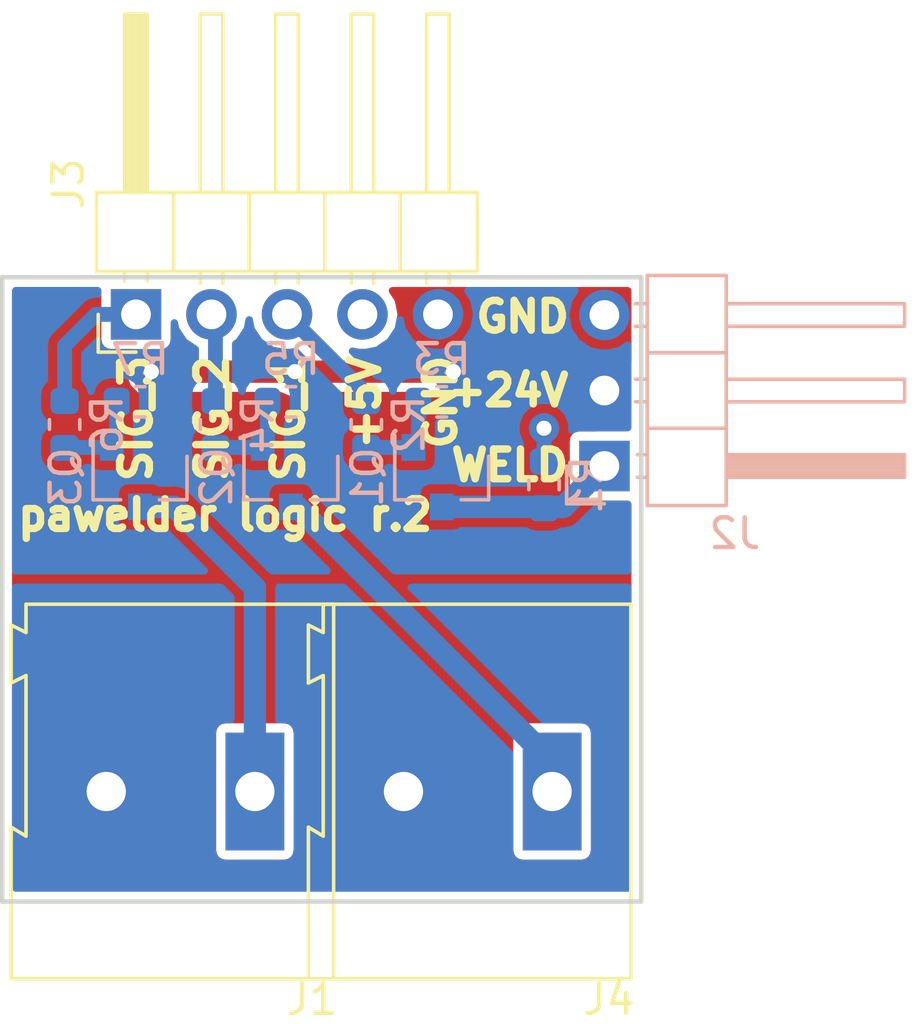
<source format=kicad_pcb>
(kicad_pcb (version 20171130) (host pcbnew 5.0.2-bee76a0~70~ubuntu18.04.1)

  (general
    (thickness 1.6)
    (drawings 13)
    (tracks 41)
    (zones 0)
    (modules 14)
    (nets 13)
  )

  (page A4)
  (layers
    (0 F.Cu mixed)
    (31 B.Cu power)
    (32 B.Adhes user hide)
    (33 F.Adhes user hide)
    (34 B.Paste user hide)
    (35 F.Paste user hide)
    (36 B.SilkS user)
    (37 F.SilkS user)
    (38 B.Mask user hide)
    (39 F.Mask user hide)
    (40 Dwgs.User user hide)
    (41 Cmts.User user hide)
    (42 Eco1.User user hide)
    (43 Eco2.User user hide)
    (44 Edge.Cuts user)
    (45 Margin user hide)
    (46 B.CrtYd user hide)
    (47 F.CrtYd user hide)
    (48 B.Fab user hide)
    (49 F.Fab user hide)
  )

  (setup
    (last_trace_width 0.1524)
    (user_trace_width 0.5)
    (user_trace_width 0.75)
    (user_trace_width 1)
    (trace_clearance 0.3048)
    (zone_clearance 0.254)
    (zone_45_only no)
    (trace_min 0.1524)
    (segment_width 0.2)
    (edge_width 0.15)
    (via_size 0.508)
    (via_drill 0.254)
    (via_min_size 0.508)
    (via_min_drill 0.254)
    (user_via 1.016 0.508)
    (user_via 1.6 0.8)
    (user_via 1.8 1)
    (user_via 2.3 1.5)
    (uvia_size 0.508)
    (uvia_drill 0.254)
    (uvias_allowed no)
    (uvia_min_size 0.2)
    (uvia_min_drill 0.1)
    (pcb_text_width 0.3)
    (pcb_text_size 1.5 1.5)
    (mod_edge_width 0.15)
    (mod_text_size 1 1)
    (mod_text_width 0.15)
    (pad_size 1.524 1.524)
    (pad_drill 0.762)
    (pad_to_mask_clearance 0.0508)
    (solder_mask_min_width 0.25)
    (aux_axis_origin 0 0)
    (visible_elements FFFFFF7F)
    (pcbplotparams
      (layerselection 0x01000_ffffffff)
      (usegerberextensions false)
      (usegerberattributes false)
      (usegerberadvancedattributes false)
      (creategerberjobfile false)
      (excludeedgelayer true)
      (linewidth 0.100000)
      (plotframeref false)
      (viasonmask false)
      (mode 1)
      (useauxorigin false)
      (hpglpennumber 1)
      (hpglpenspeed 20)
      (hpglpendiameter 15.000000)
      (psnegative false)
      (psa4output false)
      (plotreference true)
      (plotvalue true)
      (plotinvisibletext false)
      (padsonsilk false)
      (subtractmaskfromsilk false)
      (outputformat 1)
      (mirror false)
      (drillshape 0)
      (scaleselection 1)
      (outputdirectory "Gerber/"))
  )

  (net 0 "")
  (net 1 "Net-(J1-Pad1)")
  (net 2 GND)
  (net 3 WELD)
  (net 4 +24V)
  (net 5 SIG_1)
  (net 6 SIG_2)
  (net 7 SIG_3)
  (net 8 +5V)
  (net 9 "Net-(J4-Pad1)")
  (net 10 "Net-(Q1-Pad1)")
  (net 11 "Net-(Q2-Pad1)")
  (net 12 "Net-(Q3-Pad1)")

  (net_class Default "This is the default net class."
    (clearance 0.3048)
    (trace_width 0.1524)
    (via_dia 0.508)
    (via_drill 0.254)
    (uvia_dia 0.508)
    (uvia_drill 0.254)
    (add_net +24V)
    (add_net +5V)
    (add_net GND)
    (add_net "Net-(J1-Pad1)")
    (add_net "Net-(J4-Pad1)")
    (add_net "Net-(Q1-Pad1)")
    (add_net "Net-(Q2-Pad1)")
    (add_net "Net-(Q3-Pad1)")
    (add_net SIG_1)
    (add_net SIG_2)
    (add_net SIG_3)
    (add_net WELD)
  )

  (module Connector_PinHeader_2.54mm:PinHeader_1x03_P2.54mm_Horizontal (layer B.Cu) (tedit 59FED5CB) (tstamp 5C8642A4)
    (at 111.76 77.851)
    (descr "Through hole angled pin header, 1x03, 2.54mm pitch, 6mm pin length, single row")
    (tags "Through hole angled pin header THT 1x03 2.54mm single row")
    (path /5BCB5B2C)
    (fp_text reference J2 (at 4.385 2.27) (layer B.SilkS)
      (effects (font (size 1 1) (thickness 0.15)) (justify mirror))
    )
    (fp_text value Conn_01x03_Male (at 4.385 -7.35) (layer B.Fab)
      (effects (font (size 1 1) (thickness 0.15)) (justify mirror))
    )
    (fp_line (start 2.135 1.27) (end 4.04 1.27) (layer B.Fab) (width 0.1))
    (fp_line (start 4.04 1.27) (end 4.04 -6.35) (layer B.Fab) (width 0.1))
    (fp_line (start 4.04 -6.35) (end 1.5 -6.35) (layer B.Fab) (width 0.1))
    (fp_line (start 1.5 -6.35) (end 1.5 0.635) (layer B.Fab) (width 0.1))
    (fp_line (start 1.5 0.635) (end 2.135 1.27) (layer B.Fab) (width 0.1))
    (fp_line (start -0.32 0.32) (end 1.5 0.32) (layer B.Fab) (width 0.1))
    (fp_line (start -0.32 0.32) (end -0.32 -0.32) (layer B.Fab) (width 0.1))
    (fp_line (start -0.32 -0.32) (end 1.5 -0.32) (layer B.Fab) (width 0.1))
    (fp_line (start 4.04 0.32) (end 10.04 0.32) (layer B.Fab) (width 0.1))
    (fp_line (start 10.04 0.32) (end 10.04 -0.32) (layer B.Fab) (width 0.1))
    (fp_line (start 4.04 -0.32) (end 10.04 -0.32) (layer B.Fab) (width 0.1))
    (fp_line (start -0.32 -2.22) (end 1.5 -2.22) (layer B.Fab) (width 0.1))
    (fp_line (start -0.32 -2.22) (end -0.32 -2.86) (layer B.Fab) (width 0.1))
    (fp_line (start -0.32 -2.86) (end 1.5 -2.86) (layer B.Fab) (width 0.1))
    (fp_line (start 4.04 -2.22) (end 10.04 -2.22) (layer B.Fab) (width 0.1))
    (fp_line (start 10.04 -2.22) (end 10.04 -2.86) (layer B.Fab) (width 0.1))
    (fp_line (start 4.04 -2.86) (end 10.04 -2.86) (layer B.Fab) (width 0.1))
    (fp_line (start -0.32 -4.76) (end 1.5 -4.76) (layer B.Fab) (width 0.1))
    (fp_line (start -0.32 -4.76) (end -0.32 -5.4) (layer B.Fab) (width 0.1))
    (fp_line (start -0.32 -5.4) (end 1.5 -5.4) (layer B.Fab) (width 0.1))
    (fp_line (start 4.04 -4.76) (end 10.04 -4.76) (layer B.Fab) (width 0.1))
    (fp_line (start 10.04 -4.76) (end 10.04 -5.4) (layer B.Fab) (width 0.1))
    (fp_line (start 4.04 -5.4) (end 10.04 -5.4) (layer B.Fab) (width 0.1))
    (fp_line (start 1.44 1.33) (end 1.44 -6.41) (layer B.SilkS) (width 0.12))
    (fp_line (start 1.44 -6.41) (end 4.1 -6.41) (layer B.SilkS) (width 0.12))
    (fp_line (start 4.1 -6.41) (end 4.1 1.33) (layer B.SilkS) (width 0.12))
    (fp_line (start 4.1 1.33) (end 1.44 1.33) (layer B.SilkS) (width 0.12))
    (fp_line (start 4.1 0.38) (end 10.1 0.38) (layer B.SilkS) (width 0.12))
    (fp_line (start 10.1 0.38) (end 10.1 -0.38) (layer B.SilkS) (width 0.12))
    (fp_line (start 10.1 -0.38) (end 4.1 -0.38) (layer B.SilkS) (width 0.12))
    (fp_line (start 4.1 0.32) (end 10.1 0.32) (layer B.SilkS) (width 0.12))
    (fp_line (start 4.1 0.2) (end 10.1 0.2) (layer B.SilkS) (width 0.12))
    (fp_line (start 4.1 0.08) (end 10.1 0.08) (layer B.SilkS) (width 0.12))
    (fp_line (start 4.1 -0.04) (end 10.1 -0.04) (layer B.SilkS) (width 0.12))
    (fp_line (start 4.1 -0.16) (end 10.1 -0.16) (layer B.SilkS) (width 0.12))
    (fp_line (start 4.1 -0.28) (end 10.1 -0.28) (layer B.SilkS) (width 0.12))
    (fp_line (start 1.11 0.38) (end 1.44 0.38) (layer B.SilkS) (width 0.12))
    (fp_line (start 1.11 -0.38) (end 1.44 -0.38) (layer B.SilkS) (width 0.12))
    (fp_line (start 1.44 -1.27) (end 4.1 -1.27) (layer B.SilkS) (width 0.12))
    (fp_line (start 4.1 -2.16) (end 10.1 -2.16) (layer B.SilkS) (width 0.12))
    (fp_line (start 10.1 -2.16) (end 10.1 -2.92) (layer B.SilkS) (width 0.12))
    (fp_line (start 10.1 -2.92) (end 4.1 -2.92) (layer B.SilkS) (width 0.12))
    (fp_line (start 1.042929 -2.16) (end 1.44 -2.16) (layer B.SilkS) (width 0.12))
    (fp_line (start 1.042929 -2.92) (end 1.44 -2.92) (layer B.SilkS) (width 0.12))
    (fp_line (start 1.44 -3.81) (end 4.1 -3.81) (layer B.SilkS) (width 0.12))
    (fp_line (start 4.1 -4.7) (end 10.1 -4.7) (layer B.SilkS) (width 0.12))
    (fp_line (start 10.1 -4.7) (end 10.1 -5.46) (layer B.SilkS) (width 0.12))
    (fp_line (start 10.1 -5.46) (end 4.1 -5.46) (layer B.SilkS) (width 0.12))
    (fp_line (start 1.042929 -4.7) (end 1.44 -4.7) (layer B.SilkS) (width 0.12))
    (fp_line (start 1.042929 -5.46) (end 1.44 -5.46) (layer B.SilkS) (width 0.12))
    (fp_line (start -1.27 0) (end -1.27 1.27) (layer B.SilkS) (width 0.12))
    (fp_line (start -1.27 1.27) (end 0 1.27) (layer B.SilkS) (width 0.12))
    (fp_line (start -1.8 1.8) (end -1.8 -6.85) (layer B.CrtYd) (width 0.05))
    (fp_line (start -1.8 -6.85) (end 10.55 -6.85) (layer B.CrtYd) (width 0.05))
    (fp_line (start 10.55 -6.85) (end 10.55 1.8) (layer B.CrtYd) (width 0.05))
    (fp_line (start 10.55 1.8) (end -1.8 1.8) (layer B.CrtYd) (width 0.05))
    (fp_text user %R (at 2.77 -2.54 -90) (layer B.Fab)
      (effects (font (size 1 1) (thickness 0.15)) (justify mirror))
    )
    (pad 1 thru_hole rect (at 0 0) (size 1.7 1.7) (drill 1) (layers *.Cu *.Mask)
      (net 3 WELD))
    (pad 2 thru_hole oval (at 0 -2.54) (size 1.7 1.7) (drill 1) (layers *.Cu *.Mask)
      (net 4 +24V))
    (pad 3 thru_hole oval (at 0 -5.08) (size 1.7 1.7) (drill 1) (layers *.Cu *.Mask)
      (net 2 GND))
    (model ${KISYS3DMOD}/Connector_PinHeader_2.54mm.3dshapes/PinHeader_1x03_P2.54mm_Horizontal.wrl
      (at (xyz 0 0 0))
      (scale (xyz 1 1 1))
      (rotate (xyz 0 0 0))
    )
  )

  (module Resistor_SMD:R_0603_1608Metric (layer B.Cu) (tedit 5B301BBD) (tstamp 5BD7C702)
    (at 109.728 78.486 90)
    (descr "Resistor SMD 0603 (1608 Metric), square (rectangular) end terminal, IPC_7351 nominal, (Body size source: http://www.tortai-tech.com/upload/download/2011102023233369053.pdf), generated with kicad-footprint-generator")
    (tags resistor)
    (path /5BCB5DEE)
    (attr smd)
    (fp_text reference R1 (at 0 1.43 90) (layer B.SilkS)
      (effects (font (size 1 1) (thickness 0.15)) (justify mirror))
    )
    (fp_text value 10k (at 0 -1.43 90) (layer B.Fab)
      (effects (font (size 1 1) (thickness 0.15)) (justify mirror))
    )
    (fp_line (start -0.8 -0.4) (end -0.8 0.4) (layer B.Fab) (width 0.1))
    (fp_line (start -0.8 0.4) (end 0.8 0.4) (layer B.Fab) (width 0.1))
    (fp_line (start 0.8 0.4) (end 0.8 -0.4) (layer B.Fab) (width 0.1))
    (fp_line (start 0.8 -0.4) (end -0.8 -0.4) (layer B.Fab) (width 0.1))
    (fp_line (start -0.162779 0.51) (end 0.162779 0.51) (layer B.SilkS) (width 0.12))
    (fp_line (start -0.162779 -0.51) (end 0.162779 -0.51) (layer B.SilkS) (width 0.12))
    (fp_line (start -1.48 -0.73) (end -1.48 0.73) (layer B.CrtYd) (width 0.05))
    (fp_line (start -1.48 0.73) (end 1.48 0.73) (layer B.CrtYd) (width 0.05))
    (fp_line (start 1.48 0.73) (end 1.48 -0.73) (layer B.CrtYd) (width 0.05))
    (fp_line (start 1.48 -0.73) (end -1.48 -0.73) (layer B.CrtYd) (width 0.05))
    (fp_text user %R (at 0 0 90) (layer B.Fab)
      (effects (font (size 0.4 0.4) (thickness 0.06)) (justify mirror))
    )
    (pad 1 smd roundrect (at -0.7875 0 90) (size 0.875 0.95) (layers B.Cu B.Paste B.Mask) (roundrect_rratio 0.25)
      (net 3 WELD))
    (pad 2 smd roundrect (at 0.7875 0 90) (size 0.875 0.95) (layers B.Cu B.Paste B.Mask) (roundrect_rratio 0.25)
      (net 2 GND))
    (model ${KISYS3DMOD}/Resistor_SMD.3dshapes/R_0603_1608Metric.wrl
      (at (xyz 0 0 0))
      (scale (xyz 1 1 1))
      (rotate (xyz 0 0 0))
    )
  )

  (module Package_TO_SOT_SMD:SOT-23 (layer B.Cu) (tedit 5A02FF57) (tstamp 5BD7C6F1)
    (at 96.13676 78.226003 270)
    (descr "SOT-23, Standard")
    (tags SOT-23)
    (path /5BCB57FF)
    (attr smd)
    (fp_text reference Q3 (at 0 2.5 270) (layer B.SilkS)
      (effects (font (size 1 1) (thickness 0.15)) (justify mirror))
    )
    (fp_text value Q_PMOS_GSD (at 0 -2.5 270) (layer B.Fab)
      (effects (font (size 1 1) (thickness 0.15)) (justify mirror))
    )
    (fp_line (start 0.76 -1.58) (end -0.7 -1.58) (layer B.SilkS) (width 0.12))
    (fp_line (start 0.76 1.58) (end -1.4 1.58) (layer B.SilkS) (width 0.12))
    (fp_line (start -1.7 -1.75) (end -1.7 1.75) (layer B.CrtYd) (width 0.05))
    (fp_line (start 1.7 -1.75) (end -1.7 -1.75) (layer B.CrtYd) (width 0.05))
    (fp_line (start 1.7 1.75) (end 1.7 -1.75) (layer B.CrtYd) (width 0.05))
    (fp_line (start -1.7 1.75) (end 1.7 1.75) (layer B.CrtYd) (width 0.05))
    (fp_line (start 0.76 1.58) (end 0.76 0.65) (layer B.SilkS) (width 0.12))
    (fp_line (start 0.76 -1.58) (end 0.76 -0.65) (layer B.SilkS) (width 0.12))
    (fp_line (start -0.7 -1.52) (end 0.7 -1.52) (layer B.Fab) (width 0.1))
    (fp_line (start 0.7 1.52) (end 0.7 -1.52) (layer B.Fab) (width 0.1))
    (fp_line (start -0.7 0.95) (end -0.15 1.52) (layer B.Fab) (width 0.1))
    (fp_line (start -0.15 1.52) (end 0.7 1.52) (layer B.Fab) (width 0.1))
    (fp_line (start -0.7 0.95) (end -0.7 -1.5) (layer B.Fab) (width 0.1))
    (fp_text user %R (at 0 0 180) (layer B.Fab)
      (effects (font (size 0.5 0.5) (thickness 0.075)) (justify mirror))
    )
    (pad 3 smd rect (at 1 0 270) (size 0.9 0.8) (layers B.Cu B.Paste B.Mask)
      (net 1 "Net-(J1-Pad1)"))
    (pad 2 smd rect (at -1 -0.95 270) (size 0.9 0.8) (layers B.Cu B.Paste B.Mask)
      (net 4 +24V))
    (pad 1 smd rect (at -1 0.95 270) (size 0.9 0.8) (layers B.Cu B.Paste B.Mask)
      (net 12 "Net-(Q3-Pad1)"))
    (model ${KISYS3DMOD}/Package_TO_SOT_SMD.3dshapes/SOT-23.wrl
      (at (xyz 0 0 0))
      (scale (xyz 1 1 1))
      (rotate (xyz 0 0 0))
    )
  )

  (module Package_TO_SOT_SMD:SOT-23 (layer B.Cu) (tedit 5A02FF57) (tstamp 5BD7C6DC)
    (at 101.21228 78.226003 270)
    (descr "SOT-23, Standard")
    (tags SOT-23)
    (path /5BCB63E8)
    (attr smd)
    (fp_text reference Q2 (at 0 2.5 270) (layer B.SilkS)
      (effects (font (size 1 1) (thickness 0.15)) (justify mirror))
    )
    (fp_text value Q_PMOS_GSD (at 0 -2.5 270) (layer B.Fab)
      (effects (font (size 1 1) (thickness 0.15)) (justify mirror))
    )
    (fp_line (start 0.76 -1.58) (end -0.7 -1.58) (layer B.SilkS) (width 0.12))
    (fp_line (start 0.76 1.58) (end -1.4 1.58) (layer B.SilkS) (width 0.12))
    (fp_line (start -1.7 -1.75) (end -1.7 1.75) (layer B.CrtYd) (width 0.05))
    (fp_line (start 1.7 -1.75) (end -1.7 -1.75) (layer B.CrtYd) (width 0.05))
    (fp_line (start 1.7 1.75) (end 1.7 -1.75) (layer B.CrtYd) (width 0.05))
    (fp_line (start -1.7 1.75) (end 1.7 1.75) (layer B.CrtYd) (width 0.05))
    (fp_line (start 0.76 1.58) (end 0.76 0.65) (layer B.SilkS) (width 0.12))
    (fp_line (start 0.76 -1.58) (end 0.76 -0.65) (layer B.SilkS) (width 0.12))
    (fp_line (start -0.7 -1.52) (end 0.7 -1.52) (layer B.Fab) (width 0.1))
    (fp_line (start 0.7 1.52) (end 0.7 -1.52) (layer B.Fab) (width 0.1))
    (fp_line (start -0.7 0.95) (end -0.15 1.52) (layer B.Fab) (width 0.1))
    (fp_line (start -0.15 1.52) (end 0.7 1.52) (layer B.Fab) (width 0.1))
    (fp_line (start -0.7 0.95) (end -0.7 -1.5) (layer B.Fab) (width 0.1))
    (fp_text user %R (at 0 0 180) (layer B.Fab)
      (effects (font (size 0.5 0.5) (thickness 0.075)) (justify mirror))
    )
    (pad 3 smd rect (at 1 0 270) (size 0.9 0.8) (layers B.Cu B.Paste B.Mask)
      (net 9 "Net-(J4-Pad1)"))
    (pad 2 smd rect (at -1 -0.95 270) (size 0.9 0.8) (layers B.Cu B.Paste B.Mask)
      (net 4 +24V))
    (pad 1 smd rect (at -1 0.95 270) (size 0.9 0.8) (layers B.Cu B.Paste B.Mask)
      (net 11 "Net-(Q2-Pad1)"))
    (model ${KISYS3DMOD}/Package_TO_SOT_SMD.3dshapes/SOT-23.wrl
      (at (xyz 0 0 0))
      (scale (xyz 1 1 1))
      (rotate (xyz 0 0 0))
    )
  )

  (module Package_TO_SOT_SMD:SOT-23 (layer B.Cu) (tedit 5A02FF57) (tstamp 5C86B492)
    (at 106.287802 78.226003 270)
    (descr "SOT-23, Standard")
    (tags SOT-23)
    (path /5BCB57A5)
    (attr smd)
    (fp_text reference Q1 (at 0 2.5 270) (layer B.SilkS)
      (effects (font (size 1 1) (thickness 0.15)) (justify mirror))
    )
    (fp_text value Q_PMOS_GSD (at 0 -2.5 270) (layer B.Fab)
      (effects (font (size 1 1) (thickness 0.15)) (justify mirror))
    )
    (fp_line (start 0.76 -1.58) (end -0.7 -1.58) (layer B.SilkS) (width 0.12))
    (fp_line (start 0.76 1.58) (end -1.4 1.58) (layer B.SilkS) (width 0.12))
    (fp_line (start -1.7 -1.75) (end -1.7 1.75) (layer B.CrtYd) (width 0.05))
    (fp_line (start 1.7 -1.75) (end -1.7 -1.75) (layer B.CrtYd) (width 0.05))
    (fp_line (start 1.7 1.75) (end 1.7 -1.75) (layer B.CrtYd) (width 0.05))
    (fp_line (start -1.7 1.75) (end 1.7 1.75) (layer B.CrtYd) (width 0.05))
    (fp_line (start 0.76 1.58) (end 0.76 0.65) (layer B.SilkS) (width 0.12))
    (fp_line (start 0.76 -1.58) (end 0.76 -0.65) (layer B.SilkS) (width 0.12))
    (fp_line (start -0.7 -1.52) (end 0.7 -1.52) (layer B.Fab) (width 0.1))
    (fp_line (start 0.7 1.52) (end 0.7 -1.52) (layer B.Fab) (width 0.1))
    (fp_line (start -0.7 0.95) (end -0.15 1.52) (layer B.Fab) (width 0.1))
    (fp_line (start -0.15 1.52) (end 0.7 1.52) (layer B.Fab) (width 0.1))
    (fp_line (start -0.7 0.95) (end -0.7 -1.5) (layer B.Fab) (width 0.1))
    (fp_text user %R (at 0 0 180) (layer B.Fab)
      (effects (font (size 0.5 0.5) (thickness 0.075)) (justify mirror))
    )
    (pad 3 smd rect (at 1 0 270) (size 0.9 0.8) (layers B.Cu B.Paste B.Mask)
      (net 3 WELD))
    (pad 2 smd rect (at -1 -0.95 270) (size 0.9 0.8) (layers B.Cu B.Paste B.Mask)
      (net 4 +24V))
    (pad 1 smd rect (at -1 0.95 270) (size 0.9 0.8) (layers B.Cu B.Paste B.Mask)
      (net 10 "Net-(Q1-Pad1)"))
    (model ${KISYS3DMOD}/Package_TO_SOT_SMD.3dshapes/SOT-23.wrl
      (at (xyz 0 0 0))
      (scale (xyz 1 1 1))
      (rotate (xyz 0 0 0))
    )
  )

  (module Resistor_SMD:R_0603_1608Metric (layer B.Cu) (tedit 5B301BBD) (tstamp 5C67F944)
    (at 96.13676 75.692 180)
    (descr "Resistor SMD 0603 (1608 Metric), square (rectangular) end terminal, IPC_7351 nominal, (Body size source: http://www.tortai-tech.com/upload/download/2011102023233369053.pdf), generated with kicad-footprint-generator")
    (tags resistor)
    (path /5C5A78FB)
    (attr smd)
    (fp_text reference R7 (at 0 1.43 180) (layer B.SilkS)
      (effects (font (size 1 1) (thickness 0.15)) (justify mirror))
    )
    (fp_text value 10k (at 0 -1.43 180) (layer B.Fab)
      (effects (font (size 1 1) (thickness 0.15)) (justify mirror))
    )
    (fp_text user %R (at 0 0 180) (layer B.Fab)
      (effects (font (size 0.4 0.4) (thickness 0.06)) (justify mirror))
    )
    (fp_line (start 1.48 -0.73) (end -1.48 -0.73) (layer B.CrtYd) (width 0.05))
    (fp_line (start 1.48 0.73) (end 1.48 -0.73) (layer B.CrtYd) (width 0.05))
    (fp_line (start -1.48 0.73) (end 1.48 0.73) (layer B.CrtYd) (width 0.05))
    (fp_line (start -1.48 -0.73) (end -1.48 0.73) (layer B.CrtYd) (width 0.05))
    (fp_line (start -0.162779 -0.51) (end 0.162779 -0.51) (layer B.SilkS) (width 0.12))
    (fp_line (start -0.162779 0.51) (end 0.162779 0.51) (layer B.SilkS) (width 0.12))
    (fp_line (start 0.8 -0.4) (end -0.8 -0.4) (layer B.Fab) (width 0.1))
    (fp_line (start 0.8 0.4) (end 0.8 -0.4) (layer B.Fab) (width 0.1))
    (fp_line (start -0.8 0.4) (end 0.8 0.4) (layer B.Fab) (width 0.1))
    (fp_line (start -0.8 -0.4) (end -0.8 0.4) (layer B.Fab) (width 0.1))
    (pad 2 smd roundrect (at 0.7875 0 180) (size 0.875 0.95) (layers B.Cu B.Paste B.Mask) (roundrect_rratio 0.25)
      (net 12 "Net-(Q3-Pad1)"))
    (pad 1 smd roundrect (at -0.7875 0 180) (size 0.875 0.95) (layers B.Cu B.Paste B.Mask) (roundrect_rratio 0.25)
      (net 4 +24V))
    (model ${KISYS3DMOD}/Resistor_SMD.3dshapes/R_0603_1608Metric.wrl
      (at (xyz 0 0 0))
      (scale (xyz 1 1 1))
      (rotate (xyz 0 0 0))
    )
  )

  (module Resistor_SMD:R_0603_1608Metric (layer B.Cu) (tedit 5B301BBD) (tstamp 5C67F628)
    (at 93.599 76.454 90)
    (descr "Resistor SMD 0603 (1608 Metric), square (rectangular) end terminal, IPC_7351 nominal, (Body size source: http://www.tortai-tech.com/upload/download/2011102023233369053.pdf), generated with kicad-footprint-generator")
    (tags resistor)
    (path /5C5AA88C)
    (attr smd)
    (fp_text reference R6 (at 0 1.43 90) (layer B.SilkS)
      (effects (font (size 1 1) (thickness 0.15)) (justify mirror))
    )
    (fp_text value 100 (at 0 -1.43 90) (layer B.Fab)
      (effects (font (size 1 1) (thickness 0.15)) (justify mirror))
    )
    (fp_line (start -0.8 -0.4) (end -0.8 0.4) (layer B.Fab) (width 0.1))
    (fp_line (start -0.8 0.4) (end 0.8 0.4) (layer B.Fab) (width 0.1))
    (fp_line (start 0.8 0.4) (end 0.8 -0.4) (layer B.Fab) (width 0.1))
    (fp_line (start 0.8 -0.4) (end -0.8 -0.4) (layer B.Fab) (width 0.1))
    (fp_line (start -0.162779 0.51) (end 0.162779 0.51) (layer B.SilkS) (width 0.12))
    (fp_line (start -0.162779 -0.51) (end 0.162779 -0.51) (layer B.SilkS) (width 0.12))
    (fp_line (start -1.48 -0.73) (end -1.48 0.73) (layer B.CrtYd) (width 0.05))
    (fp_line (start -1.48 0.73) (end 1.48 0.73) (layer B.CrtYd) (width 0.05))
    (fp_line (start 1.48 0.73) (end 1.48 -0.73) (layer B.CrtYd) (width 0.05))
    (fp_line (start 1.48 -0.73) (end -1.48 -0.73) (layer B.CrtYd) (width 0.05))
    (fp_text user %R (at 0 0 90) (layer B.Fab)
      (effects (font (size 0.4 0.4) (thickness 0.06)) (justify mirror))
    )
    (pad 1 smd roundrect (at -0.7875 0 90) (size 0.875 0.95) (layers B.Cu B.Paste B.Mask) (roundrect_rratio 0.25)
      (net 12 "Net-(Q3-Pad1)"))
    (pad 2 smd roundrect (at 0.7875 0 90) (size 0.875 0.95) (layers B.Cu B.Paste B.Mask) (roundrect_rratio 0.25)
      (net 7 SIG_3))
    (model ${KISYS3DMOD}/Resistor_SMD.3dshapes/R_0603_1608Metric.wrl
      (at (xyz 0 0 0))
      (scale (xyz 1 1 1))
      (rotate (xyz 0 0 0))
    )
  )

  (module Resistor_SMD:R_0603_1608Metric (layer B.Cu) (tedit 5B301BBD) (tstamp 5C67F617)
    (at 101.21228 75.692 180)
    (descr "Resistor SMD 0603 (1608 Metric), square (rectangular) end terminal, IPC_7351 nominal, (Body size source: http://www.tortai-tech.com/upload/download/2011102023233369053.pdf), generated with kicad-footprint-generator")
    (tags resistor)
    (path /5C5A6AD3)
    (attr smd)
    (fp_text reference R5 (at 0 1.43 180) (layer B.SilkS)
      (effects (font (size 1 1) (thickness 0.15)) (justify mirror))
    )
    (fp_text value 10k (at 0 -1.43 180) (layer B.Fab)
      (effects (font (size 1 1) (thickness 0.15)) (justify mirror))
    )
    (fp_text user %R (at 0 0 180) (layer B.Fab)
      (effects (font (size 0.4 0.4) (thickness 0.06)) (justify mirror))
    )
    (fp_line (start 1.48 -0.73) (end -1.48 -0.73) (layer B.CrtYd) (width 0.05))
    (fp_line (start 1.48 0.73) (end 1.48 -0.73) (layer B.CrtYd) (width 0.05))
    (fp_line (start -1.48 0.73) (end 1.48 0.73) (layer B.CrtYd) (width 0.05))
    (fp_line (start -1.48 -0.73) (end -1.48 0.73) (layer B.CrtYd) (width 0.05))
    (fp_line (start -0.162779 -0.51) (end 0.162779 -0.51) (layer B.SilkS) (width 0.12))
    (fp_line (start -0.162779 0.51) (end 0.162779 0.51) (layer B.SilkS) (width 0.12))
    (fp_line (start 0.8 -0.4) (end -0.8 -0.4) (layer B.Fab) (width 0.1))
    (fp_line (start 0.8 0.4) (end 0.8 -0.4) (layer B.Fab) (width 0.1))
    (fp_line (start -0.8 0.4) (end 0.8 0.4) (layer B.Fab) (width 0.1))
    (fp_line (start -0.8 -0.4) (end -0.8 0.4) (layer B.Fab) (width 0.1))
    (pad 2 smd roundrect (at 0.7875 0 180) (size 0.875 0.95) (layers B.Cu B.Paste B.Mask) (roundrect_rratio 0.25)
      (net 11 "Net-(Q2-Pad1)"))
    (pad 1 smd roundrect (at -0.7875 0 180) (size 0.875 0.95) (layers B.Cu B.Paste B.Mask) (roundrect_rratio 0.25)
      (net 4 +24V))
    (model ${KISYS3DMOD}/Resistor_SMD.3dshapes/R_0603_1608Metric.wrl
      (at (xyz 0 0 0))
      (scale (xyz 1 1 1))
      (rotate (xyz 0 0 0))
    )
  )

  (module Resistor_SMD:R_0603_1608Metric (layer B.Cu) (tedit 5B301BBD) (tstamp 5C67F606)
    (at 98.67452 76.454 90)
    (descr "Resistor SMD 0603 (1608 Metric), square (rectangular) end terminal, IPC_7351 nominal, (Body size source: http://www.tortai-tech.com/upload/download/2011102023233369053.pdf), generated with kicad-footprint-generator")
    (tags resistor)
    (path /5C5AB793)
    (attr smd)
    (fp_text reference R4 (at 0 1.43 90) (layer B.SilkS)
      (effects (font (size 1 1) (thickness 0.15)) (justify mirror))
    )
    (fp_text value 100 (at 0 -1.43 90) (layer B.Fab)
      (effects (font (size 1 1) (thickness 0.15)) (justify mirror))
    )
    (fp_line (start -0.8 -0.4) (end -0.8 0.4) (layer B.Fab) (width 0.1))
    (fp_line (start -0.8 0.4) (end 0.8 0.4) (layer B.Fab) (width 0.1))
    (fp_line (start 0.8 0.4) (end 0.8 -0.4) (layer B.Fab) (width 0.1))
    (fp_line (start 0.8 -0.4) (end -0.8 -0.4) (layer B.Fab) (width 0.1))
    (fp_line (start -0.162779 0.51) (end 0.162779 0.51) (layer B.SilkS) (width 0.12))
    (fp_line (start -0.162779 -0.51) (end 0.162779 -0.51) (layer B.SilkS) (width 0.12))
    (fp_line (start -1.48 -0.73) (end -1.48 0.73) (layer B.CrtYd) (width 0.05))
    (fp_line (start -1.48 0.73) (end 1.48 0.73) (layer B.CrtYd) (width 0.05))
    (fp_line (start 1.48 0.73) (end 1.48 -0.73) (layer B.CrtYd) (width 0.05))
    (fp_line (start 1.48 -0.73) (end -1.48 -0.73) (layer B.CrtYd) (width 0.05))
    (fp_text user %R (at 0 0 90) (layer B.Fab)
      (effects (font (size 0.4 0.4) (thickness 0.06)) (justify mirror))
    )
    (pad 1 smd roundrect (at -0.7875 0 90) (size 0.875 0.95) (layers B.Cu B.Paste B.Mask) (roundrect_rratio 0.25)
      (net 11 "Net-(Q2-Pad1)"))
    (pad 2 smd roundrect (at 0.7875 0 90) (size 0.875 0.95) (layers B.Cu B.Paste B.Mask) (roundrect_rratio 0.25)
      (net 6 SIG_2))
    (model ${KISYS3DMOD}/Resistor_SMD.3dshapes/R_0603_1608Metric.wrl
      (at (xyz 0 0 0))
      (scale (xyz 1 1 1))
      (rotate (xyz 0 0 0))
    )
  )

  (module Resistor_SMD:R_0603_1608Metric (layer B.Cu) (tedit 5B301BBD) (tstamp 5C67F5F5)
    (at 106.287802 75.692 180)
    (descr "Resistor SMD 0603 (1608 Metric), square (rectangular) end terminal, IPC_7351 nominal, (Body size source: http://www.tortai-tech.com/upload/download/2011102023233369053.pdf), generated with kicad-footprint-generator")
    (tags resistor)
    (path /5C5A75FF)
    (attr smd)
    (fp_text reference R3 (at 0 1.43 180) (layer B.SilkS)
      (effects (font (size 1 1) (thickness 0.15)) (justify mirror))
    )
    (fp_text value 10k (at 0 -1.43 180) (layer B.Fab)
      (effects (font (size 1 1) (thickness 0.15)) (justify mirror))
    )
    (fp_text user %R (at 0 0 180) (layer B.Fab)
      (effects (font (size 0.4 0.4) (thickness 0.06)) (justify mirror))
    )
    (fp_line (start 1.48 -0.73) (end -1.48 -0.73) (layer B.CrtYd) (width 0.05))
    (fp_line (start 1.48 0.73) (end 1.48 -0.73) (layer B.CrtYd) (width 0.05))
    (fp_line (start -1.48 0.73) (end 1.48 0.73) (layer B.CrtYd) (width 0.05))
    (fp_line (start -1.48 -0.73) (end -1.48 0.73) (layer B.CrtYd) (width 0.05))
    (fp_line (start -0.162779 -0.51) (end 0.162779 -0.51) (layer B.SilkS) (width 0.12))
    (fp_line (start -0.162779 0.51) (end 0.162779 0.51) (layer B.SilkS) (width 0.12))
    (fp_line (start 0.8 -0.4) (end -0.8 -0.4) (layer B.Fab) (width 0.1))
    (fp_line (start 0.8 0.4) (end 0.8 -0.4) (layer B.Fab) (width 0.1))
    (fp_line (start -0.8 0.4) (end 0.8 0.4) (layer B.Fab) (width 0.1))
    (fp_line (start -0.8 -0.4) (end -0.8 0.4) (layer B.Fab) (width 0.1))
    (pad 2 smd roundrect (at 0.7875 0 180) (size 0.875 0.95) (layers B.Cu B.Paste B.Mask) (roundrect_rratio 0.25)
      (net 10 "Net-(Q1-Pad1)"))
    (pad 1 smd roundrect (at -0.7875 0 180) (size 0.875 0.95) (layers B.Cu B.Paste B.Mask) (roundrect_rratio 0.25)
      (net 4 +24V))
    (model ${KISYS3DMOD}/Resistor_SMD.3dshapes/R_0603_1608Metric.wrl
      (at (xyz 0 0 0))
      (scale (xyz 1 1 1))
      (rotate (xyz 0 0 0))
    )
  )

  (module Resistor_SMD:R_0603_1608Metric (layer B.Cu) (tedit 5B301BBD) (tstamp 5C67F5E4)
    (at 103.75004 76.454 90)
    (descr "Resistor SMD 0603 (1608 Metric), square (rectangular) end terminal, IPC_7351 nominal, (Body size source: http://www.tortai-tech.com/upload/download/2011102023233369053.pdf), generated with kicad-footprint-generator")
    (tags resistor)
    (path /5C5A9D61)
    (attr smd)
    (fp_text reference R2 (at 0 1.43 90) (layer B.SilkS)
      (effects (font (size 1 1) (thickness 0.15)) (justify mirror))
    )
    (fp_text value 100 (at 0 -1.43 90) (layer B.Fab)
      (effects (font (size 1 1) (thickness 0.15)) (justify mirror))
    )
    (fp_line (start -0.8 -0.4) (end -0.8 0.4) (layer B.Fab) (width 0.1))
    (fp_line (start -0.8 0.4) (end 0.8 0.4) (layer B.Fab) (width 0.1))
    (fp_line (start 0.8 0.4) (end 0.8 -0.4) (layer B.Fab) (width 0.1))
    (fp_line (start 0.8 -0.4) (end -0.8 -0.4) (layer B.Fab) (width 0.1))
    (fp_line (start -0.162779 0.51) (end 0.162779 0.51) (layer B.SilkS) (width 0.12))
    (fp_line (start -0.162779 -0.51) (end 0.162779 -0.51) (layer B.SilkS) (width 0.12))
    (fp_line (start -1.48 -0.73) (end -1.48 0.73) (layer B.CrtYd) (width 0.05))
    (fp_line (start -1.48 0.73) (end 1.48 0.73) (layer B.CrtYd) (width 0.05))
    (fp_line (start 1.48 0.73) (end 1.48 -0.73) (layer B.CrtYd) (width 0.05))
    (fp_line (start 1.48 -0.73) (end -1.48 -0.73) (layer B.CrtYd) (width 0.05))
    (fp_text user %R (at 0 0 90) (layer B.Fab)
      (effects (font (size 0.4 0.4) (thickness 0.06)) (justify mirror))
    )
    (pad 1 smd roundrect (at -0.7875 0 90) (size 0.875 0.95) (layers B.Cu B.Paste B.Mask) (roundrect_rratio 0.25)
      (net 10 "Net-(Q1-Pad1)"))
    (pad 2 smd roundrect (at 0.7875 0 90) (size 0.875 0.95) (layers B.Cu B.Paste B.Mask) (roundrect_rratio 0.25)
      (net 5 SIG_1))
    (model ${KISYS3DMOD}/Resistor_SMD.3dshapes/R_0603_1608Metric.wrl
      (at (xyz 0 0 0))
      (scale (xyz 1 1 1))
      (rotate (xyz 0 0 0))
    )
  )

  (module TerminalBlock:TerminalBlock_Altech_AK300-2_P5.00mm (layer F.Cu) (tedit 59FF0306) (tstamp 5BD7C5B1)
    (at 100 88.8 180)
    (descr "Altech AK300 terminal block, pitch 5.0mm, 45 degree angled, see http://www.mouser.com/ds/2/16/PCBMETRC-24178.pdf")
    (tags "Altech AK300 terminal block pitch 5.0mm")
    (path /5BCB4F46)
    (fp_text reference J1 (at -1.92 -6.99 180) (layer F.SilkS)
      (effects (font (size 1 1) (thickness 0.15)))
    )
    (fp_text value Screw_Terminal_01x02 (at 2.78 7.75 180) (layer F.Fab)
      (effects (font (size 1 1) (thickness 0.15)))
    )
    (fp_text user %R (at 2.5 -2 180) (layer F.Fab)
      (effects (font (size 1 1) (thickness 0.15)))
    )
    (fp_line (start -2.65 -6.3) (end -2.65 6.3) (layer F.SilkS) (width 0.12))
    (fp_line (start -2.65 6.3) (end 7.7 6.3) (layer F.SilkS) (width 0.12))
    (fp_line (start 7.7 6.3) (end 7.7 5.35) (layer F.SilkS) (width 0.12))
    (fp_line (start 7.7 5.35) (end 8.2 5.6) (layer F.SilkS) (width 0.12))
    (fp_line (start 8.2 5.6) (end 8.2 3.7) (layer F.SilkS) (width 0.12))
    (fp_line (start 8.2 3.7) (end 8.2 3.65) (layer F.SilkS) (width 0.12))
    (fp_line (start 8.2 3.65) (end 7.7 3.9) (layer F.SilkS) (width 0.12))
    (fp_line (start 7.7 3.9) (end 7.7 -1.5) (layer F.SilkS) (width 0.12))
    (fp_line (start 7.7 -1.5) (end 8.2 -1.2) (layer F.SilkS) (width 0.12))
    (fp_line (start 8.2 -1.2) (end 8.2 -6.3) (layer F.SilkS) (width 0.12))
    (fp_line (start 8.2 -6.3) (end -2.65 -6.3) (layer F.SilkS) (width 0.12))
    (fp_line (start -1.26 2.54) (end 1.28 2.54) (layer F.Fab) (width 0.1))
    (fp_line (start 1.28 2.54) (end 1.28 -0.25) (layer F.Fab) (width 0.1))
    (fp_line (start -1.26 -0.25) (end 1.28 -0.25) (layer F.Fab) (width 0.1))
    (fp_line (start -1.26 2.54) (end -1.26 -0.25) (layer F.Fab) (width 0.1))
    (fp_line (start 3.74 2.54) (end 6.28 2.54) (layer F.Fab) (width 0.1))
    (fp_line (start 6.28 2.54) (end 6.28 -0.25) (layer F.Fab) (width 0.1))
    (fp_line (start 3.74 -0.25) (end 6.28 -0.25) (layer F.Fab) (width 0.1))
    (fp_line (start 3.74 2.54) (end 3.74 -0.25) (layer F.Fab) (width 0.1))
    (fp_line (start 7.61 -6.22) (end 7.61 -3.17) (layer F.Fab) (width 0.1))
    (fp_line (start 7.61 -6.22) (end -2.58 -6.22) (layer F.Fab) (width 0.1))
    (fp_line (start 7.61 -6.22) (end 8.11 -6.22) (layer F.Fab) (width 0.1))
    (fp_line (start 8.11 -6.22) (end 8.11 -1.4) (layer F.Fab) (width 0.1))
    (fp_line (start 8.11 -1.4) (end 7.61 -1.65) (layer F.Fab) (width 0.1))
    (fp_line (start 8.11 5.46) (end 7.61 5.21) (layer F.Fab) (width 0.1))
    (fp_line (start 7.61 5.21) (end 7.61 6.22) (layer F.Fab) (width 0.1))
    (fp_line (start 8.11 3.81) (end 7.61 4.06) (layer F.Fab) (width 0.1))
    (fp_line (start 7.61 4.06) (end 7.61 5.21) (layer F.Fab) (width 0.1))
    (fp_line (start 8.11 3.81) (end 8.11 5.46) (layer F.Fab) (width 0.1))
    (fp_line (start 2.98 6.22) (end 2.98 4.32) (layer F.Fab) (width 0.1))
    (fp_line (start 7.05 -0.25) (end 7.05 4.32) (layer F.Fab) (width 0.1))
    (fp_line (start 2.98 6.22) (end 7.05 6.22) (layer F.Fab) (width 0.1))
    (fp_line (start 7.05 6.22) (end 7.61 6.22) (layer F.Fab) (width 0.1))
    (fp_line (start 2.04 6.22) (end 2.04 4.32) (layer F.Fab) (width 0.1))
    (fp_line (start 2.04 6.22) (end 2.98 6.22) (layer F.Fab) (width 0.1))
    (fp_line (start -2.02 -0.25) (end -2.02 4.32) (layer F.Fab) (width 0.1))
    (fp_line (start -2.58 6.22) (end -2.02 6.22) (layer F.Fab) (width 0.1))
    (fp_line (start -2.02 6.22) (end 2.04 6.22) (layer F.Fab) (width 0.1))
    (fp_line (start 2.98 4.32) (end 7.05 4.32) (layer F.Fab) (width 0.1))
    (fp_line (start 2.98 4.32) (end 2.98 -0.25) (layer F.Fab) (width 0.1))
    (fp_line (start 7.05 4.32) (end 7.05 6.22) (layer F.Fab) (width 0.1))
    (fp_line (start 2.04 4.32) (end -2.02 4.32) (layer F.Fab) (width 0.1))
    (fp_line (start 2.04 4.32) (end 2.04 -0.25) (layer F.Fab) (width 0.1))
    (fp_line (start -2.02 4.32) (end -2.02 6.22) (layer F.Fab) (width 0.1))
    (fp_line (start 6.67 3.68) (end 6.67 0.51) (layer F.Fab) (width 0.1))
    (fp_line (start 6.67 3.68) (end 3.36 3.68) (layer F.Fab) (width 0.1))
    (fp_line (start 3.36 3.68) (end 3.36 0.51) (layer F.Fab) (width 0.1))
    (fp_line (start 1.66 3.68) (end 1.66 0.51) (layer F.Fab) (width 0.1))
    (fp_line (start 1.66 3.68) (end -1.64 3.68) (layer F.Fab) (width 0.1))
    (fp_line (start -1.64 3.68) (end -1.64 0.51) (layer F.Fab) (width 0.1))
    (fp_line (start -1.64 0.51) (end -1.26 0.51) (layer F.Fab) (width 0.1))
    (fp_line (start 1.66 0.51) (end 1.28 0.51) (layer F.Fab) (width 0.1))
    (fp_line (start 3.36 0.51) (end 3.74 0.51) (layer F.Fab) (width 0.1))
    (fp_line (start 6.67 0.51) (end 6.28 0.51) (layer F.Fab) (width 0.1))
    (fp_line (start -2.58 6.22) (end -2.58 -0.64) (layer F.Fab) (width 0.1))
    (fp_line (start -2.58 -0.64) (end -2.58 -3.17) (layer F.Fab) (width 0.1))
    (fp_line (start 7.61 -1.65) (end 7.61 -0.64) (layer F.Fab) (width 0.1))
    (fp_line (start 7.61 -0.64) (end 7.61 4.06) (layer F.Fab) (width 0.1))
    (fp_line (start -2.58 -3.17) (end 7.61 -3.17) (layer F.Fab) (width 0.1))
    (fp_line (start -2.58 -3.17) (end -2.58 -6.22) (layer F.Fab) (width 0.1))
    (fp_line (start 7.61 -3.17) (end 7.61 -1.65) (layer F.Fab) (width 0.1))
    (fp_line (start 2.98 -3.43) (end 2.98 -5.97) (layer F.Fab) (width 0.1))
    (fp_line (start 2.98 -5.97) (end 7.05 -5.97) (layer F.Fab) (width 0.1))
    (fp_line (start 7.05 -5.97) (end 7.05 -3.43) (layer F.Fab) (width 0.1))
    (fp_line (start 7.05 -3.43) (end 2.98 -3.43) (layer F.Fab) (width 0.1))
    (fp_line (start 2.04 -3.43) (end 2.04 -5.97) (layer F.Fab) (width 0.1))
    (fp_line (start 2.04 -3.43) (end -2.02 -3.43) (layer F.Fab) (width 0.1))
    (fp_line (start -2.02 -3.43) (end -2.02 -5.97) (layer F.Fab) (width 0.1))
    (fp_line (start 2.04 -5.97) (end -2.02 -5.97) (layer F.Fab) (width 0.1))
    (fp_line (start 3.39 -4.45) (end 6.44 -5.08) (layer F.Fab) (width 0.1))
    (fp_line (start 3.52 -4.32) (end 6.56 -4.95) (layer F.Fab) (width 0.1))
    (fp_line (start -1.62 -4.45) (end 1.44 -5.08) (layer F.Fab) (width 0.1))
    (fp_line (start -1.49 -4.32) (end 1.56 -4.95) (layer F.Fab) (width 0.1))
    (fp_line (start -2.02 -0.25) (end -1.64 -0.25) (layer F.Fab) (width 0.1))
    (fp_line (start 2.04 -0.25) (end 1.66 -0.25) (layer F.Fab) (width 0.1))
    (fp_line (start 1.66 -0.25) (end -1.64 -0.25) (layer F.Fab) (width 0.1))
    (fp_line (start -2.58 -0.64) (end -1.64 -0.64) (layer F.Fab) (width 0.1))
    (fp_line (start -1.64 -0.64) (end 1.66 -0.64) (layer F.Fab) (width 0.1))
    (fp_line (start 1.66 -0.64) (end 3.36 -0.64) (layer F.Fab) (width 0.1))
    (fp_line (start 7.61 -0.64) (end 6.67 -0.64) (layer F.Fab) (width 0.1))
    (fp_line (start 6.67 -0.64) (end 3.36 -0.64) (layer F.Fab) (width 0.1))
    (fp_line (start 7.05 -0.25) (end 6.67 -0.25) (layer F.Fab) (width 0.1))
    (fp_line (start 2.98 -0.25) (end 3.36 -0.25) (layer F.Fab) (width 0.1))
    (fp_line (start 3.36 -0.25) (end 6.67 -0.25) (layer F.Fab) (width 0.1))
    (fp_line (start -2.83 -6.47) (end 8.36 -6.47) (layer F.CrtYd) (width 0.05))
    (fp_line (start -2.83 -6.47) (end -2.83 6.47) (layer F.CrtYd) (width 0.05))
    (fp_line (start 8.36 6.47) (end 8.36 -6.47) (layer F.CrtYd) (width 0.05))
    (fp_line (start 8.36 6.47) (end -2.83 6.47) (layer F.CrtYd) (width 0.05))
    (fp_arc (start 6.03 -4.59) (end 6.54 -5.05) (angle 90.5) (layer F.Fab) (width 0.1))
    (fp_arc (start 5.07 -6.07) (end 6.53 -4.12) (angle 75.5) (layer F.Fab) (width 0.1))
    (fp_arc (start 4.99 -3.71) (end 3.39 -5) (angle 100) (layer F.Fab) (width 0.1))
    (fp_arc (start 3.87 -4.65) (end 3.58 -4.13) (angle 104.2) (layer F.Fab) (width 0.1))
    (fp_arc (start 1.03 -4.59) (end 1.53 -5.05) (angle 90.5) (layer F.Fab) (width 0.1))
    (fp_arc (start 0.06 -6.07) (end 1.53 -4.12) (angle 75.5) (layer F.Fab) (width 0.1))
    (fp_arc (start -0.01 -3.71) (end -1.62 -5) (angle 100) (layer F.Fab) (width 0.1))
    (fp_arc (start -1.13 -4.65) (end -1.42 -4.13) (angle 104.2) (layer F.Fab) (width 0.1))
    (pad 1 thru_hole rect (at 0 0 180) (size 1.98 3.96) (drill 1.32) (layers *.Cu *.Mask)
      (net 1 "Net-(J1-Pad1)"))
    (pad 2 thru_hole oval (at 5 0 180) (size 1.98 3.96) (drill 1.32) (layers *.Cu *.Mask)
      (net 2 GND))
    (model ${KISYS3DMOD}/TerminalBlock.3dshapes/TerminalBlock_Altech_AK300-2_P5.00mm.wrl
      (at (xyz 0 0 0))
      (scale (xyz 1 1 1))
      (rotate (xyz 0 0 0))
    )
  )

  (module Connector_PinHeader_2.54mm:PinHeader_1x05_P2.54mm_Horizontal (layer F.Cu) (tedit 59FED5CB) (tstamp 5BD7C64B)
    (at 96 72.75 90)
    (descr "Through hole angled pin header, 1x05, 2.54mm pitch, 6mm pin length, single row")
    (tags "Through hole angled pin header THT 1x05 2.54mm single row")
    (path /5BCB6933)
    (fp_text reference J3 (at 4.385 -2.27 90) (layer F.SilkS)
      (effects (font (size 1 1) (thickness 0.15)))
    )
    (fp_text value Conn_01x05_Male (at 4.385 12.43 90) (layer F.Fab)
      (effects (font (size 1 1) (thickness 0.15)))
    )
    (fp_line (start 2.135 -1.27) (end 4.04 -1.27) (layer F.Fab) (width 0.1))
    (fp_line (start 4.04 -1.27) (end 4.04 11.43) (layer F.Fab) (width 0.1))
    (fp_line (start 4.04 11.43) (end 1.5 11.43) (layer F.Fab) (width 0.1))
    (fp_line (start 1.5 11.43) (end 1.5 -0.635) (layer F.Fab) (width 0.1))
    (fp_line (start 1.5 -0.635) (end 2.135 -1.27) (layer F.Fab) (width 0.1))
    (fp_line (start -0.32 -0.32) (end 1.5 -0.32) (layer F.Fab) (width 0.1))
    (fp_line (start -0.32 -0.32) (end -0.32 0.32) (layer F.Fab) (width 0.1))
    (fp_line (start -0.32 0.32) (end 1.5 0.32) (layer F.Fab) (width 0.1))
    (fp_line (start 4.04 -0.32) (end 10.04 -0.32) (layer F.Fab) (width 0.1))
    (fp_line (start 10.04 -0.32) (end 10.04 0.32) (layer F.Fab) (width 0.1))
    (fp_line (start 4.04 0.32) (end 10.04 0.32) (layer F.Fab) (width 0.1))
    (fp_line (start -0.32 2.22) (end 1.5 2.22) (layer F.Fab) (width 0.1))
    (fp_line (start -0.32 2.22) (end -0.32 2.86) (layer F.Fab) (width 0.1))
    (fp_line (start -0.32 2.86) (end 1.5 2.86) (layer F.Fab) (width 0.1))
    (fp_line (start 4.04 2.22) (end 10.04 2.22) (layer F.Fab) (width 0.1))
    (fp_line (start 10.04 2.22) (end 10.04 2.86) (layer F.Fab) (width 0.1))
    (fp_line (start 4.04 2.86) (end 10.04 2.86) (layer F.Fab) (width 0.1))
    (fp_line (start -0.32 4.76) (end 1.5 4.76) (layer F.Fab) (width 0.1))
    (fp_line (start -0.32 4.76) (end -0.32 5.4) (layer F.Fab) (width 0.1))
    (fp_line (start -0.32 5.4) (end 1.5 5.4) (layer F.Fab) (width 0.1))
    (fp_line (start 4.04 4.76) (end 10.04 4.76) (layer F.Fab) (width 0.1))
    (fp_line (start 10.04 4.76) (end 10.04 5.4) (layer F.Fab) (width 0.1))
    (fp_line (start 4.04 5.4) (end 10.04 5.4) (layer F.Fab) (width 0.1))
    (fp_line (start -0.32 7.3) (end 1.5 7.3) (layer F.Fab) (width 0.1))
    (fp_line (start -0.32 7.3) (end -0.32 7.94) (layer F.Fab) (width 0.1))
    (fp_line (start -0.32 7.94) (end 1.5 7.94) (layer F.Fab) (width 0.1))
    (fp_line (start 4.04 7.3) (end 10.04 7.3) (layer F.Fab) (width 0.1))
    (fp_line (start 10.04 7.3) (end 10.04 7.94) (layer F.Fab) (width 0.1))
    (fp_line (start 4.04 7.94) (end 10.04 7.94) (layer F.Fab) (width 0.1))
    (fp_line (start -0.32 9.84) (end 1.5 9.84) (layer F.Fab) (width 0.1))
    (fp_line (start -0.32 9.84) (end -0.32 10.48) (layer F.Fab) (width 0.1))
    (fp_line (start -0.32 10.48) (end 1.5 10.48) (layer F.Fab) (width 0.1))
    (fp_line (start 4.04 9.84) (end 10.04 9.84) (layer F.Fab) (width 0.1))
    (fp_line (start 10.04 9.84) (end 10.04 10.48) (layer F.Fab) (width 0.1))
    (fp_line (start 4.04 10.48) (end 10.04 10.48) (layer F.Fab) (width 0.1))
    (fp_line (start 1.44 -1.33) (end 1.44 11.49) (layer F.SilkS) (width 0.12))
    (fp_line (start 1.44 11.49) (end 4.1 11.49) (layer F.SilkS) (width 0.12))
    (fp_line (start 4.1 11.49) (end 4.1 -1.33) (layer F.SilkS) (width 0.12))
    (fp_line (start 4.1 -1.33) (end 1.44 -1.33) (layer F.SilkS) (width 0.12))
    (fp_line (start 4.1 -0.38) (end 10.1 -0.38) (layer F.SilkS) (width 0.12))
    (fp_line (start 10.1 -0.38) (end 10.1 0.38) (layer F.SilkS) (width 0.12))
    (fp_line (start 10.1 0.38) (end 4.1 0.38) (layer F.SilkS) (width 0.12))
    (fp_line (start 4.1 -0.32) (end 10.1 -0.32) (layer F.SilkS) (width 0.12))
    (fp_line (start 4.1 -0.2) (end 10.1 -0.2) (layer F.SilkS) (width 0.12))
    (fp_line (start 4.1 -0.08) (end 10.1 -0.08) (layer F.SilkS) (width 0.12))
    (fp_line (start 4.1 0.04) (end 10.1 0.04) (layer F.SilkS) (width 0.12))
    (fp_line (start 4.1 0.16) (end 10.1 0.16) (layer F.SilkS) (width 0.12))
    (fp_line (start 4.1 0.28) (end 10.1 0.28) (layer F.SilkS) (width 0.12))
    (fp_line (start 1.11 -0.38) (end 1.44 -0.38) (layer F.SilkS) (width 0.12))
    (fp_line (start 1.11 0.38) (end 1.44 0.38) (layer F.SilkS) (width 0.12))
    (fp_line (start 1.44 1.27) (end 4.1 1.27) (layer F.SilkS) (width 0.12))
    (fp_line (start 4.1 2.16) (end 10.1 2.16) (layer F.SilkS) (width 0.12))
    (fp_line (start 10.1 2.16) (end 10.1 2.92) (layer F.SilkS) (width 0.12))
    (fp_line (start 10.1 2.92) (end 4.1 2.92) (layer F.SilkS) (width 0.12))
    (fp_line (start 1.042929 2.16) (end 1.44 2.16) (layer F.SilkS) (width 0.12))
    (fp_line (start 1.042929 2.92) (end 1.44 2.92) (layer F.SilkS) (width 0.12))
    (fp_line (start 1.44 3.81) (end 4.1 3.81) (layer F.SilkS) (width 0.12))
    (fp_line (start 4.1 4.7) (end 10.1 4.7) (layer F.SilkS) (width 0.12))
    (fp_line (start 10.1 4.7) (end 10.1 5.46) (layer F.SilkS) (width 0.12))
    (fp_line (start 10.1 5.46) (end 4.1 5.46) (layer F.SilkS) (width 0.12))
    (fp_line (start 1.042929 4.7) (end 1.44 4.7) (layer F.SilkS) (width 0.12))
    (fp_line (start 1.042929 5.46) (end 1.44 5.46) (layer F.SilkS) (width 0.12))
    (fp_line (start 1.44 6.35) (end 4.1 6.35) (layer F.SilkS) (width 0.12))
    (fp_line (start 4.1 7.24) (end 10.1 7.24) (layer F.SilkS) (width 0.12))
    (fp_line (start 10.1 7.24) (end 10.1 8) (layer F.SilkS) (width 0.12))
    (fp_line (start 10.1 8) (end 4.1 8) (layer F.SilkS) (width 0.12))
    (fp_line (start 1.042929 7.24) (end 1.44 7.24) (layer F.SilkS) (width 0.12))
    (fp_line (start 1.042929 8) (end 1.44 8) (layer F.SilkS) (width 0.12))
    (fp_line (start 1.44 8.89) (end 4.1 8.89) (layer F.SilkS) (width 0.12))
    (fp_line (start 4.1 9.78) (end 10.1 9.78) (layer F.SilkS) (width 0.12))
    (fp_line (start 10.1 9.78) (end 10.1 10.54) (layer F.SilkS) (width 0.12))
    (fp_line (start 10.1 10.54) (end 4.1 10.54) (layer F.SilkS) (width 0.12))
    (fp_line (start 1.042929 9.78) (end 1.44 9.78) (layer F.SilkS) (width 0.12))
    (fp_line (start 1.042929 10.54) (end 1.44 10.54) (layer F.SilkS) (width 0.12))
    (fp_line (start -1.27 0) (end -1.27 -1.27) (layer F.SilkS) (width 0.12))
    (fp_line (start -1.27 -1.27) (end 0 -1.27) (layer F.SilkS) (width 0.12))
    (fp_line (start -1.8 -1.8) (end -1.8 11.95) (layer F.CrtYd) (width 0.05))
    (fp_line (start -1.8 11.95) (end 10.55 11.95) (layer F.CrtYd) (width 0.05))
    (fp_line (start 10.55 11.95) (end 10.55 -1.8) (layer F.CrtYd) (width 0.05))
    (fp_line (start 10.55 -1.8) (end -1.8 -1.8) (layer F.CrtYd) (width 0.05))
    (fp_text user %R (at 2.77 5.08 180) (layer F.Fab)
      (effects (font (size 1 1) (thickness 0.15)))
    )
    (pad 1 thru_hole rect (at 0 0 90) (size 1.7 1.7) (drill 1) (layers *.Cu *.Mask)
      (net 7 SIG_3))
    (pad 2 thru_hole oval (at 0 2.54 90) (size 1.7 1.7) (drill 1) (layers *.Cu *.Mask)
      (net 6 SIG_2))
    (pad 3 thru_hole oval (at 0 5.08 90) (size 1.7 1.7) (drill 1) (layers *.Cu *.Mask)
      (net 5 SIG_1))
    (pad 4 thru_hole oval (at 0 7.62 90) (size 1.7 1.7) (drill 1) (layers *.Cu *.Mask)
      (net 8 +5V))
    (pad 5 thru_hole oval (at 0 10.16 90) (size 1.7 1.7) (drill 1) (layers *.Cu *.Mask)
      (net 2 GND))
    (model ${KISYS3DMOD}/Connector_PinHeader_2.54mm.3dshapes/PinHeader_1x05_P2.54mm_Horizontal.wrl
      (at (xyz 0 0 0))
      (scale (xyz 1 1 1))
      (rotate (xyz 0 0 0))
    )
  )

  (module TerminalBlock:TerminalBlock_Altech_AK300-2_P5.00mm (layer F.Cu) (tedit 59FF0306) (tstamp 5BD7C6B2)
    (at 110 88.8 180)
    (descr "Altech AK300 terminal block, pitch 5.0mm, 45 degree angled, see http://www.mouser.com/ds/2/16/PCBMETRC-24178.pdf")
    (tags "Altech AK300 terminal block pitch 5.0mm")
    (path /5BCB63DB)
    (fp_text reference J4 (at -1.92 -6.99 180) (layer F.SilkS)
      (effects (font (size 1 1) (thickness 0.15)))
    )
    (fp_text value Screw_Terminal_01x02 (at 2.78 7.75 180) (layer F.Fab)
      (effects (font (size 1 1) (thickness 0.15)))
    )
    (fp_arc (start -1.13 -4.65) (end -1.42 -4.13) (angle 104.2) (layer F.Fab) (width 0.1))
    (fp_arc (start -0.01 -3.71) (end -1.62 -5) (angle 100) (layer F.Fab) (width 0.1))
    (fp_arc (start 0.06 -6.07) (end 1.53 -4.12) (angle 75.5) (layer F.Fab) (width 0.1))
    (fp_arc (start 1.03 -4.59) (end 1.53 -5.05) (angle 90.5) (layer F.Fab) (width 0.1))
    (fp_arc (start 3.87 -4.65) (end 3.58 -4.13) (angle 104.2) (layer F.Fab) (width 0.1))
    (fp_arc (start 4.99 -3.71) (end 3.39 -5) (angle 100) (layer F.Fab) (width 0.1))
    (fp_arc (start 5.07 -6.07) (end 6.53 -4.12) (angle 75.5) (layer F.Fab) (width 0.1))
    (fp_arc (start 6.03 -4.59) (end 6.54 -5.05) (angle 90.5) (layer F.Fab) (width 0.1))
    (fp_line (start 8.36 6.47) (end -2.83 6.47) (layer F.CrtYd) (width 0.05))
    (fp_line (start 8.36 6.47) (end 8.36 -6.47) (layer F.CrtYd) (width 0.05))
    (fp_line (start -2.83 -6.47) (end -2.83 6.47) (layer F.CrtYd) (width 0.05))
    (fp_line (start -2.83 -6.47) (end 8.36 -6.47) (layer F.CrtYd) (width 0.05))
    (fp_line (start 3.36 -0.25) (end 6.67 -0.25) (layer F.Fab) (width 0.1))
    (fp_line (start 2.98 -0.25) (end 3.36 -0.25) (layer F.Fab) (width 0.1))
    (fp_line (start 7.05 -0.25) (end 6.67 -0.25) (layer F.Fab) (width 0.1))
    (fp_line (start 6.67 -0.64) (end 3.36 -0.64) (layer F.Fab) (width 0.1))
    (fp_line (start 7.61 -0.64) (end 6.67 -0.64) (layer F.Fab) (width 0.1))
    (fp_line (start 1.66 -0.64) (end 3.36 -0.64) (layer F.Fab) (width 0.1))
    (fp_line (start -1.64 -0.64) (end 1.66 -0.64) (layer F.Fab) (width 0.1))
    (fp_line (start -2.58 -0.64) (end -1.64 -0.64) (layer F.Fab) (width 0.1))
    (fp_line (start 1.66 -0.25) (end -1.64 -0.25) (layer F.Fab) (width 0.1))
    (fp_line (start 2.04 -0.25) (end 1.66 -0.25) (layer F.Fab) (width 0.1))
    (fp_line (start -2.02 -0.25) (end -1.64 -0.25) (layer F.Fab) (width 0.1))
    (fp_line (start -1.49 -4.32) (end 1.56 -4.95) (layer F.Fab) (width 0.1))
    (fp_line (start -1.62 -4.45) (end 1.44 -5.08) (layer F.Fab) (width 0.1))
    (fp_line (start 3.52 -4.32) (end 6.56 -4.95) (layer F.Fab) (width 0.1))
    (fp_line (start 3.39 -4.45) (end 6.44 -5.08) (layer F.Fab) (width 0.1))
    (fp_line (start 2.04 -5.97) (end -2.02 -5.97) (layer F.Fab) (width 0.1))
    (fp_line (start -2.02 -3.43) (end -2.02 -5.97) (layer F.Fab) (width 0.1))
    (fp_line (start 2.04 -3.43) (end -2.02 -3.43) (layer F.Fab) (width 0.1))
    (fp_line (start 2.04 -3.43) (end 2.04 -5.97) (layer F.Fab) (width 0.1))
    (fp_line (start 7.05 -3.43) (end 2.98 -3.43) (layer F.Fab) (width 0.1))
    (fp_line (start 7.05 -5.97) (end 7.05 -3.43) (layer F.Fab) (width 0.1))
    (fp_line (start 2.98 -5.97) (end 7.05 -5.97) (layer F.Fab) (width 0.1))
    (fp_line (start 2.98 -3.43) (end 2.98 -5.97) (layer F.Fab) (width 0.1))
    (fp_line (start 7.61 -3.17) (end 7.61 -1.65) (layer F.Fab) (width 0.1))
    (fp_line (start -2.58 -3.17) (end -2.58 -6.22) (layer F.Fab) (width 0.1))
    (fp_line (start -2.58 -3.17) (end 7.61 -3.17) (layer F.Fab) (width 0.1))
    (fp_line (start 7.61 -0.64) (end 7.61 4.06) (layer F.Fab) (width 0.1))
    (fp_line (start 7.61 -1.65) (end 7.61 -0.64) (layer F.Fab) (width 0.1))
    (fp_line (start -2.58 -0.64) (end -2.58 -3.17) (layer F.Fab) (width 0.1))
    (fp_line (start -2.58 6.22) (end -2.58 -0.64) (layer F.Fab) (width 0.1))
    (fp_line (start 6.67 0.51) (end 6.28 0.51) (layer F.Fab) (width 0.1))
    (fp_line (start 3.36 0.51) (end 3.74 0.51) (layer F.Fab) (width 0.1))
    (fp_line (start 1.66 0.51) (end 1.28 0.51) (layer F.Fab) (width 0.1))
    (fp_line (start -1.64 0.51) (end -1.26 0.51) (layer F.Fab) (width 0.1))
    (fp_line (start -1.64 3.68) (end -1.64 0.51) (layer F.Fab) (width 0.1))
    (fp_line (start 1.66 3.68) (end -1.64 3.68) (layer F.Fab) (width 0.1))
    (fp_line (start 1.66 3.68) (end 1.66 0.51) (layer F.Fab) (width 0.1))
    (fp_line (start 3.36 3.68) (end 3.36 0.51) (layer F.Fab) (width 0.1))
    (fp_line (start 6.67 3.68) (end 3.36 3.68) (layer F.Fab) (width 0.1))
    (fp_line (start 6.67 3.68) (end 6.67 0.51) (layer F.Fab) (width 0.1))
    (fp_line (start -2.02 4.32) (end -2.02 6.22) (layer F.Fab) (width 0.1))
    (fp_line (start 2.04 4.32) (end 2.04 -0.25) (layer F.Fab) (width 0.1))
    (fp_line (start 2.04 4.32) (end -2.02 4.32) (layer F.Fab) (width 0.1))
    (fp_line (start 7.05 4.32) (end 7.05 6.22) (layer F.Fab) (width 0.1))
    (fp_line (start 2.98 4.32) (end 2.98 -0.25) (layer F.Fab) (width 0.1))
    (fp_line (start 2.98 4.32) (end 7.05 4.32) (layer F.Fab) (width 0.1))
    (fp_line (start -2.02 6.22) (end 2.04 6.22) (layer F.Fab) (width 0.1))
    (fp_line (start -2.58 6.22) (end -2.02 6.22) (layer F.Fab) (width 0.1))
    (fp_line (start -2.02 -0.25) (end -2.02 4.32) (layer F.Fab) (width 0.1))
    (fp_line (start 2.04 6.22) (end 2.98 6.22) (layer F.Fab) (width 0.1))
    (fp_line (start 2.04 6.22) (end 2.04 4.32) (layer F.Fab) (width 0.1))
    (fp_line (start 7.05 6.22) (end 7.61 6.22) (layer F.Fab) (width 0.1))
    (fp_line (start 2.98 6.22) (end 7.05 6.22) (layer F.Fab) (width 0.1))
    (fp_line (start 7.05 -0.25) (end 7.05 4.32) (layer F.Fab) (width 0.1))
    (fp_line (start 2.98 6.22) (end 2.98 4.32) (layer F.Fab) (width 0.1))
    (fp_line (start 8.11 3.81) (end 8.11 5.46) (layer F.Fab) (width 0.1))
    (fp_line (start 7.61 4.06) (end 7.61 5.21) (layer F.Fab) (width 0.1))
    (fp_line (start 8.11 3.81) (end 7.61 4.06) (layer F.Fab) (width 0.1))
    (fp_line (start 7.61 5.21) (end 7.61 6.22) (layer F.Fab) (width 0.1))
    (fp_line (start 8.11 5.46) (end 7.61 5.21) (layer F.Fab) (width 0.1))
    (fp_line (start 8.11 -1.4) (end 7.61 -1.65) (layer F.Fab) (width 0.1))
    (fp_line (start 8.11 -6.22) (end 8.11 -1.4) (layer F.Fab) (width 0.1))
    (fp_line (start 7.61 -6.22) (end 8.11 -6.22) (layer F.Fab) (width 0.1))
    (fp_line (start 7.61 -6.22) (end -2.58 -6.22) (layer F.Fab) (width 0.1))
    (fp_line (start 7.61 -6.22) (end 7.61 -3.17) (layer F.Fab) (width 0.1))
    (fp_line (start 3.74 2.54) (end 3.74 -0.25) (layer F.Fab) (width 0.1))
    (fp_line (start 3.74 -0.25) (end 6.28 -0.25) (layer F.Fab) (width 0.1))
    (fp_line (start 6.28 2.54) (end 6.28 -0.25) (layer F.Fab) (width 0.1))
    (fp_line (start 3.74 2.54) (end 6.28 2.54) (layer F.Fab) (width 0.1))
    (fp_line (start -1.26 2.54) (end -1.26 -0.25) (layer F.Fab) (width 0.1))
    (fp_line (start -1.26 -0.25) (end 1.28 -0.25) (layer F.Fab) (width 0.1))
    (fp_line (start 1.28 2.54) (end 1.28 -0.25) (layer F.Fab) (width 0.1))
    (fp_line (start -1.26 2.54) (end 1.28 2.54) (layer F.Fab) (width 0.1))
    (fp_line (start 8.2 -6.3) (end -2.65 -6.3) (layer F.SilkS) (width 0.12))
    (fp_line (start 8.2 -1.2) (end 8.2 -6.3) (layer F.SilkS) (width 0.12))
    (fp_line (start 7.7 -1.5) (end 8.2 -1.2) (layer F.SilkS) (width 0.12))
    (fp_line (start 7.7 3.9) (end 7.7 -1.5) (layer F.SilkS) (width 0.12))
    (fp_line (start 8.2 3.65) (end 7.7 3.9) (layer F.SilkS) (width 0.12))
    (fp_line (start 8.2 3.7) (end 8.2 3.65) (layer F.SilkS) (width 0.12))
    (fp_line (start 8.2 5.6) (end 8.2 3.7) (layer F.SilkS) (width 0.12))
    (fp_line (start 7.7 5.35) (end 8.2 5.6) (layer F.SilkS) (width 0.12))
    (fp_line (start 7.7 6.3) (end 7.7 5.35) (layer F.SilkS) (width 0.12))
    (fp_line (start -2.65 6.3) (end 7.7 6.3) (layer F.SilkS) (width 0.12))
    (fp_line (start -2.65 -6.3) (end -2.65 6.3) (layer F.SilkS) (width 0.12))
    (fp_text user %R (at 2.5 -2 180) (layer F.Fab)
      (effects (font (size 1 1) (thickness 0.15)))
    )
    (pad 2 thru_hole oval (at 5 0 180) (size 1.98 3.96) (drill 1.32) (layers *.Cu *.Mask)
      (net 2 GND))
    (pad 1 thru_hole rect (at 0 0 180) (size 1.98 3.96) (drill 1.32) (layers *.Cu *.Mask)
      (net 9 "Net-(J4-Pad1)"))
    (model ${KISYS3DMOD}/TerminalBlock.3dshapes/TerminalBlock_Altech_AK300-2_P5.00mm.wrl
      (at (xyz 0 0 0))
      (scale (xyz 1 1 1))
      (rotate (xyz 0 0 0))
    )
  )

  (gr_text SIG_3 (at 96 76.25 90) (layer F.SilkS) (tstamp 5C681486)
    (effects (font (size 1 1) (thickness 0.25)))
  )
  (gr_text SIG_2 (at 98.5625 76.25 90) (layer F.SilkS) (tstamp 5C681486)
    (effects (font (size 1 1) (thickness 0.25)))
  )
  (gr_text SIG_1 (at 101.125 76.25 90) (layer F.SilkS) (tstamp 5C681486)
    (effects (font (size 1 1) (thickness 0.25)))
  )
  (gr_text GND (at 106.25 75.702381 90) (layer F.SilkS) (tstamp 5C681486)
    (effects (font (size 1 1) (thickness 0.25)))
  )
  (gr_text +5V (at 103.6875 75.702381 90) (layer F.SilkS) (tstamp 5C681486)
    (effects (font (size 1 1) (thickness 0.25)))
  )
  (gr_text WELD (at 108.579428 77.829) (layer F.SilkS) (tstamp 5C681486)
    (effects (font (size 1 1) (thickness 0.25)))
  )
  (gr_text +24V (at 108.508 75.31025) (layer F.SilkS) (tstamp 5C681486)
    (effects (font (size 1 1) (thickness 0.25)))
  )
  (gr_text "GND\n" (at 109.00919 72.829) (layer F.SilkS)
    (effects (font (size 1 1) (thickness 0.25)))
  )
  (gr_text "pawelder logic r.2" (at 99 79.5) (layer F.SilkS) (tstamp 5C86408A)
    (effects (font (size 1 1) (thickness 0.25)))
  )
  (gr_line (start 113 92.5) (end 113 71.5) (layer Edge.Cuts) (width 0.15))
  (gr_line (start 91.5 92.5) (end 113 92.5) (layer Edge.Cuts) (width 0.15))
  (gr_line (start 91.5 71.5) (end 91.5 92.5) (layer Edge.Cuts) (width 0.15))
  (gr_line (start 113 71.5) (end 91.5 71.5) (layer Edge.Cuts) (width 0.15))

  (segment (start 100 81.939243) (end 97.28676 79.226003) (width 0.75) (layer B.Cu) (net 1))
  (segment (start 97.28676 79.226003) (end 96.13676 79.226003) (width 0.75) (layer B.Cu) (net 1))
  (segment (start 100 88.8) (end 100 81.939243) (width 0.75) (layer B.Cu) (net 1))
  (segment (start 109.728 77.6985) (end 109.728 76.581) (width 0.5) (layer B.Cu) (net 2))
  (segment (start 109.728 76.581) (end 109.728 76.581) (width 0.5) (layer B.Cu) (net 2) (tstamp 5C8641D6))
  (via (at 109.728 76.581) (size 1.016) (drill 0.508) (layers F.Cu B.Cu) (net 2))
  (segment (start 110.384997 79.226003) (end 111.76 77.851) (width 0.75) (layer B.Cu) (net 3))
  (segment (start 106.287802 79.226003) (end 110.384997 79.226003) (width 0.75) (layer B.Cu) (net 3))
  (segment (start 107.075302 75.692) (end 107.075302 75.692) (width 0.5) (layer B.Cu) (net 4) (tstamp 5C86B53F))
  (via (at 96.52 74.676) (size 1.016) (drill 0.508) (layers F.Cu B.Cu) (net 4))
  (via (at 101.346 74.676) (size 1.016) (drill 0.508) (layers F.Cu B.Cu) (net 4))
  (via (at 106.68 74.676) (size 1.016) (drill 0.508) (layers F.Cu B.Cu) (net 4))
  (segment (start 101.99978 75.20278) (end 101.219 74.422) (width 0.75) (layer B.Cu) (net 4))
  (segment (start 101.99978 75.692) (end 101.99978 75.20278) (width 0.75) (layer B.Cu) (net 4))
  (segment (start 107.075302 75.198302) (end 106.299 74.422) (width 0.75) (layer B.Cu) (net 4))
  (segment (start 107.075302 75.692) (end 107.075302 75.198302) (width 0.75) (layer B.Cu) (net 4))
  (segment (start 96.92426 75.20726) (end 96.139 74.422) (width 0.75) (layer B.Cu) (net 4))
  (segment (start 96.92426 75.692) (end 96.92426 75.20726) (width 0.75) (layer B.Cu) (net 4))
  (segment (start 96.52 74.676) (end 106.68 74.676) (width 0.75) (layer F.Cu) (net 4))
  (segment (start 103.75004 75.42004) (end 101.08 72.75) (width 0.5) (layer B.Cu) (net 5))
  (segment (start 103.75004 75.6665) (end 103.75004 75.42004) (width 0.5) (layer B.Cu) (net 5))
  (segment (start 98.67452 72.88452) (end 98.54 72.75) (width 0.5) (layer B.Cu) (net 6))
  (segment (start 98.67452 75.6665) (end 98.67452 72.88452) (width 0.5) (layer B.Cu) (net 6))
  (segment (start 94.65 72.75) (end 93.599 73.801) (width 0.5) (layer B.Cu) (net 7))
  (segment (start 96 72.75) (end 94.65 72.75) (width 0.5) (layer B.Cu) (net 7))
  (segment (start 93.599 73.801) (end 93.599 75.6665) (width 0.5) (layer B.Cu) (net 7))
  (segment (start 101.416003 79.226003) (end 101.21228 79.226003) (width 0.75) (layer B.Cu) (net 9))
  (segment (start 110 87.81) (end 101.416003 79.226003) (width 0.75) (layer B.Cu) (net 9))
  (segment (start 110 88.8) (end 110 87.81) (width 0.75) (layer B.Cu) (net 9))
  (segment (start 105.500302 77.063503) (end 105.337802 77.226003) (width 0.5) (layer B.Cu) (net 10))
  (segment (start 105.500302 75.692) (end 105.500302 77.063503) (width 0.5) (layer B.Cu) (net 10))
  (segment (start 103.765537 77.226003) (end 103.75004 77.2415) (width 0.5) (layer B.Cu) (net 10))
  (segment (start 105.337802 77.226003) (end 103.765537 77.226003) (width 0.5) (layer B.Cu) (net 10))
  (segment (start 100.42478 77.063503) (end 100.26228 77.226003) (width 0.5) (layer B.Cu) (net 11))
  (segment (start 100.42478 75.692) (end 100.42478 77.063503) (width 0.5) (layer B.Cu) (net 11))
  (segment (start 98.690017 77.226003) (end 98.67452 77.2415) (width 0.5) (layer B.Cu) (net 11))
  (segment (start 100.26228 77.226003) (end 98.690017 77.226003) (width 0.5) (layer B.Cu) (net 11))
  (segment (start 95.34926 77.063503) (end 95.18676 77.226003) (width 0.5) (layer B.Cu) (net 12))
  (segment (start 95.34926 75.692) (end 95.34926 77.063503) (width 0.5) (layer B.Cu) (net 12))
  (segment (start 93.614497 77.226003) (end 93.599 77.2415) (width 0.5) (layer B.Cu) (net 12))
  (segment (start 95.18676 77.226003) (end 93.614497 77.226003) (width 0.5) (layer B.Cu) (net 12))

  (zone (net 2) (net_name GND) (layer F.Cu) (tstamp 5C864340) (hatch edge 0.508)
    (connect_pads yes (clearance 0.254))
    (min_thickness 0.254)
    (fill yes (arc_segments 16) (thermal_gap 0.508) (thermal_bridge_width 0.508))
    (polygon
      (pts
        (xy 91.5 71.5) (xy 113 71.5) (xy 113 92.5) (xy 91.5 92.5)
      )
    )
    (filled_polygon
      (pts
        (xy 94.709741 73.6) (xy 94.743254 73.76848) (xy 94.83869 73.91131) (xy 94.98152 74.006746) (xy 95.15 74.040259)
        (xy 95.826663 74.040259) (xy 95.723276 74.143646) (xy 95.5802 74.489062) (xy 95.5802 74.862938) (xy 95.723276 75.208354)
        (xy 95.987646 75.472724) (xy 96.333062 75.6158) (xy 96.706938 75.6158) (xy 97.028028 75.4828) (xy 100.837972 75.4828)
        (xy 101.159062 75.6158) (xy 101.532938 75.6158) (xy 101.854028 75.4828) (xy 106.171972 75.4828) (xy 106.493062 75.6158)
        (xy 106.866938 75.6158) (xy 107.212354 75.472724) (xy 107.476724 75.208354) (xy 107.6198 74.862938) (xy 107.6198 74.489062)
        (xy 107.476724 74.143646) (xy 107.212354 73.879276) (xy 106.866938 73.7362) (xy 106.493062 73.7362) (xy 106.171972 73.8692)
        (xy 104.252176 73.8692) (xy 104.544126 73.674126) (xy 104.827428 73.250133) (xy 104.926911 72.75) (xy 104.827428 72.249867)
        (xy 104.631073 71.956) (xy 112.544001 71.956) (xy 112.544001 74.293246) (xy 112.260133 74.103572) (xy 111.886241 74.0292)
        (xy 111.633759 74.0292) (xy 111.259867 74.103572) (xy 110.835874 74.386874) (xy 110.552572 74.810867) (xy 110.453089 75.311)
        (xy 110.552572 75.811133) (xy 110.835874 76.235126) (xy 111.259867 76.518428) (xy 111.472588 76.560741) (xy 110.91 76.560741)
        (xy 110.74152 76.594254) (xy 110.59869 76.68969) (xy 110.503254 76.83252) (xy 110.469741 77.001) (xy 110.469741 78.701)
        (xy 110.503254 78.86948) (xy 110.59869 79.01231) (xy 110.74152 79.107746) (xy 110.91 79.141259) (xy 112.544001 79.141259)
        (xy 112.544 92.044) (xy 91.956 92.044) (xy 91.956 86.82) (xy 98.569741 86.82) (xy 98.569741 90.78)
        (xy 98.603254 90.94848) (xy 98.69869 91.09131) (xy 98.84152 91.186746) (xy 99.01 91.220259) (xy 100.99 91.220259)
        (xy 101.15848 91.186746) (xy 101.30131 91.09131) (xy 101.396746 90.94848) (xy 101.430259 90.78) (xy 101.430259 86.82)
        (xy 108.569741 86.82) (xy 108.569741 90.78) (xy 108.603254 90.94848) (xy 108.69869 91.09131) (xy 108.84152 91.186746)
        (xy 109.01 91.220259) (xy 110.99 91.220259) (xy 111.15848 91.186746) (xy 111.30131 91.09131) (xy 111.396746 90.94848)
        (xy 111.430259 90.78) (xy 111.430259 86.82) (xy 111.396746 86.65152) (xy 111.30131 86.50869) (xy 111.15848 86.413254)
        (xy 110.99 86.379741) (xy 109.01 86.379741) (xy 108.84152 86.413254) (xy 108.69869 86.50869) (xy 108.603254 86.65152)
        (xy 108.569741 86.82) (xy 101.430259 86.82) (xy 101.396746 86.65152) (xy 101.30131 86.50869) (xy 101.15848 86.413254)
        (xy 100.99 86.379741) (xy 99.01 86.379741) (xy 98.84152 86.413254) (xy 98.69869 86.50869) (xy 98.603254 86.65152)
        (xy 98.569741 86.82) (xy 91.956 86.82) (xy 91.956 71.956) (xy 94.709741 71.956)
      )
    )
  )
  (zone (net 2) (net_name GND) (layer B.Cu) (tstamp 5C86433D) (hatch edge 0.508)
    (connect_pads yes (clearance 0.254))
    (min_thickness 0.254)
    (fill yes (arc_segments 16) (thermal_gap 0.508) (thermal_bridge_width 0.508))
    (polygon
      (pts
        (xy 91.44 71.374) (xy 113.03 71.374) (xy 113.03 92.5) (xy 91.44 92.5)
      )
    )
    (filled_polygon
      (pts
        (xy 99.193201 82.273432) (xy 99.1932 86.379741) (xy 99.01 86.379741) (xy 98.84152 86.413254) (xy 98.69869 86.50869)
        (xy 98.603254 86.65152) (xy 98.569741 86.82) (xy 98.569741 90.78) (xy 98.603254 90.94848) (xy 98.69869 91.09131)
        (xy 98.84152 91.186746) (xy 99.01 91.220259) (xy 100.99 91.220259) (xy 101.15848 91.186746) (xy 101.30131 91.09131)
        (xy 101.396746 90.94848) (xy 101.430259 90.78) (xy 101.430259 86.82) (xy 101.396746 86.65152) (xy 101.30131 86.50869)
        (xy 101.15848 86.413254) (xy 100.99 86.379741) (xy 100.8068 86.379741) (xy 100.8068 82.018701) (xy 100.822605 81.939243)
        (xy 100.821125 81.9318) (xy 102.980814 81.9318) (xy 108.569741 87.520728) (xy 108.569741 90.78) (xy 108.603254 90.94848)
        (xy 108.69869 91.09131) (xy 108.84152 91.186746) (xy 109.01 91.220259) (xy 110.99 91.220259) (xy 111.15848 91.186746)
        (xy 111.30131 91.09131) (xy 111.396746 90.94848) (xy 111.430259 90.78) (xy 111.430259 86.82) (xy 111.396746 86.65152)
        (xy 111.30131 86.50869) (xy 111.15848 86.413254) (xy 110.99 86.379741) (xy 109.710728 86.379741) (xy 105.262786 81.9318)
        (xy 112.544001 81.9318) (xy 112.544 92.044) (xy 91.956 92.044) (xy 91.956 81.9318) (xy 98.851569 81.9318)
      )
    )
  )
  (zone (net 4) (net_name +24V) (layer B.Cu) (tstamp 5C86433A) (hatch edge 0.508)
    (priority 1)
    (connect_pads yes (clearance 0.254))
    (min_thickness 0.254)
    (fill yes (arc_segments 16) (thermal_gap 0.508) (thermal_bridge_width 0.508))
    (polygon
      (pts
        (xy 113.003399 71.501) (xy 91.503399 71.501) (xy 91.503399 81.5) (xy 113.003399 81.5)
      )
    )
    (filled_polygon
      (pts
        (xy 94.709741 72.066727) (xy 94.649999 72.054844) (xy 94.582854 72.0682) (xy 94.58285 72.0682) (xy 94.383975 72.107759)
        (xy 94.15845 72.25845) (xy 94.120414 72.315375) (xy 93.164376 73.271414) (xy 93.10745 73.309451) (xy 93.069414 73.366376)
        (xy 93.069413 73.366377) (xy 93.052131 73.392241) (xy 92.956759 73.534976) (xy 92.9172 73.733851) (xy 92.9172 73.733854)
        (xy 92.903844 73.801) (xy 92.9172 73.868146) (xy 92.917201 74.954738) (xy 92.87676 74.98176) (xy 92.733905 75.195558)
        (xy 92.683741 75.44775) (xy 92.683741 75.88525) (xy 92.733905 76.137442) (xy 92.87676 76.35124) (xy 93.030551 76.454)
        (xy 92.87676 76.55676) (xy 92.733905 76.770558) (xy 92.683741 77.02275) (xy 92.683741 77.46025) (xy 92.733905 77.712442)
        (xy 92.87676 77.92624) (xy 93.090558 78.069095) (xy 93.34275 78.119259) (xy 93.85525 78.119259) (xy 94.107442 78.069095)
        (xy 94.32124 77.92624) (xy 94.333559 77.907803) (xy 94.422323 77.907803) (xy 94.47545 77.987313) (xy 94.61828 78.082749)
        (xy 94.78676 78.116262) (xy 95.58676 78.116262) (xy 95.75524 78.082749) (xy 95.89807 77.987313) (xy 95.993506 77.844483)
        (xy 96.027019 77.676003) (xy 96.027019 77.150968) (xy 96.03106 77.130653) (xy 96.03106 77.130649) (xy 96.044416 77.063503)
        (xy 96.03106 76.996357) (xy 96.03106 76.416204) (xy 96.034 76.41424) (xy 96.176855 76.200442) (xy 96.227019 75.94825)
        (xy 96.227019 75.43575) (xy 96.176855 75.183558) (xy 96.034 74.96976) (xy 95.820202 74.826905) (xy 95.56801 74.776741)
        (xy 95.13051 74.776741) (xy 94.878318 74.826905) (xy 94.66452 74.96976) (xy 94.521665 75.183558) (xy 94.491687 75.33427)
        (xy 94.464095 75.195558) (xy 94.32124 74.98176) (xy 94.2808 74.954739) (xy 94.2808 74.08341) (xy 94.718778 73.645432)
        (xy 94.743254 73.76848) (xy 94.83869 73.91131) (xy 94.98152 74.006746) (xy 95.15 74.040259) (xy 96.85 74.040259)
        (xy 97.01848 74.006746) (xy 97.16131 73.91131) (xy 97.256746 73.76848) (xy 97.290259 73.6) (xy 97.290259 73.037412)
        (xy 97.332572 73.250133) (xy 97.615874 73.674126) (xy 97.992721 73.925926) (xy 97.99272 74.954739) (xy 97.95228 74.98176)
        (xy 97.809425 75.195558) (xy 97.759261 75.44775) (xy 97.759261 75.88525) (xy 97.809425 76.137442) (xy 97.95228 76.35124)
        (xy 98.106071 76.454) (xy 97.95228 76.55676) (xy 97.809425 76.770558) (xy 97.759261 77.02275) (xy 97.759261 77.46025)
        (xy 97.809425 77.712442) (xy 97.95228 77.92624) (xy 98.166078 78.069095) (xy 98.41827 78.119259) (xy 98.93077 78.119259)
        (xy 99.182962 78.069095) (xy 99.39676 77.92624) (xy 99.409079 77.907803) (xy 99.497843 77.907803) (xy 99.55097 77.987313)
        (xy 99.6938 78.082749) (xy 99.86228 78.116262) (xy 100.66228 78.116262) (xy 100.83076 78.082749) (xy 100.97359 77.987313)
        (xy 101.069026 77.844483) (xy 101.102539 77.676003) (xy 101.102539 77.150968) (xy 101.10658 77.130653) (xy 101.10658 77.130649)
        (xy 101.119936 77.063503) (xy 101.10658 76.996357) (xy 101.10658 76.416204) (xy 101.10952 76.41424) (xy 101.252375 76.200442)
        (xy 101.302539 75.94825) (xy 101.302539 75.43575) (xy 101.252375 75.183558) (xy 101.10952 74.96976) (xy 100.895722 74.826905)
        (xy 100.64353 74.776741) (xy 100.20603 74.776741) (xy 99.953838 74.826905) (xy 99.74004 74.96976) (xy 99.597185 75.183558)
        (xy 99.567207 75.33427) (xy 99.539615 75.195558) (xy 99.39676 74.98176) (xy 99.35632 74.954739) (xy 99.35632 73.746159)
        (xy 99.464126 73.674126) (xy 99.747428 73.250133) (xy 99.81 72.935563) (xy 99.872572 73.250133) (xy 100.155874 73.674126)
        (xy 100.579867 73.957428) (xy 100.953759 74.0318) (xy 101.206241 74.0318) (xy 101.365843 74.000053) (xy 102.834781 75.468992)
        (xy 102.834781 75.88525) (xy 102.884945 76.137442) (xy 103.0278 76.35124) (xy 103.181591 76.454) (xy 103.0278 76.55676)
        (xy 102.884945 76.770558) (xy 102.834781 77.02275) (xy 102.834781 77.46025) (xy 102.884945 77.712442) (xy 103.0278 77.92624)
        (xy 103.241598 78.069095) (xy 103.49379 78.119259) (xy 104.00629 78.119259) (xy 104.258482 78.069095) (xy 104.47228 77.92624)
        (xy 104.484599 77.907803) (xy 104.573365 77.907803) (xy 104.626492 77.987313) (xy 104.769322 78.082749) (xy 104.937802 78.116262)
        (xy 105.737802 78.116262) (xy 105.906282 78.082749) (xy 106.049112 77.987313) (xy 106.144548 77.844483) (xy 106.178061 77.676003)
        (xy 106.178061 77.150968) (xy 106.182102 77.130653) (xy 106.182102 77.130649) (xy 106.195458 77.063503) (xy 106.182102 76.996357)
        (xy 106.182102 76.416204) (xy 106.185042 76.41424) (xy 106.327897 76.200442) (xy 106.378061 75.94825) (xy 106.378061 75.43575)
        (xy 106.327897 75.183558) (xy 106.185042 74.96976) (xy 105.971244 74.826905) (xy 105.719052 74.776741) (xy 105.281552 74.776741)
        (xy 105.02936 74.826905) (xy 104.815562 74.96976) (xy 104.672707 75.183558) (xy 104.642728 75.334275) (xy 104.615135 75.195558)
        (xy 104.47228 74.98176) (xy 104.258482 74.838905) (xy 104.101987 74.807776) (xy 103.284358 73.990147) (xy 103.493759 74.0318)
        (xy 103.746241 74.0318) (xy 104.120133 73.957428) (xy 104.544126 73.674126) (xy 104.827428 73.250133) (xy 104.89 72.935563)
        (xy 104.952572 73.250133) (xy 105.235874 73.674126) (xy 105.659867 73.957428) (xy 106.033759 74.0318) (xy 106.286241 74.0318)
        (xy 106.660133 73.957428) (xy 107.084126 73.674126) (xy 107.367428 73.250133) (xy 107.466911 72.75) (xy 107.367428 72.249867)
        (xy 107.171073 71.956) (xy 110.762959 71.956) (xy 110.552572 72.270867) (xy 110.453089 72.771) (xy 110.552572 73.271133)
        (xy 110.835874 73.695126) (xy 111.259867 73.978428) (xy 111.633759 74.0528) (xy 111.886241 74.0528) (xy 112.260133 73.978428)
        (xy 112.544001 73.788754) (xy 112.544001 76.560741) (xy 110.91 76.560741) (xy 110.74152 76.594254) (xy 110.6678 76.643512)
        (xy 110.6678 76.394062) (xy 110.524724 76.048646) (xy 110.260354 75.784276) (xy 109.914938 75.6412) (xy 109.541062 75.6412)
        (xy 109.195646 75.784276) (xy 108.931276 76.048646) (xy 108.7882 76.394062) (xy 108.7882 76.767938) (xy 108.931276 77.113354)
        (xy 108.936034 77.118112) (xy 108.862905 77.227558) (xy 108.812741 77.47975) (xy 108.812741 77.91725) (xy 108.862905 78.169442)
        (xy 109.00576 78.38324) (xy 109.059583 78.419203) (xy 106.931031 78.419203) (xy 106.856282 78.369257) (xy 106.687802 78.335744)
        (xy 105.887802 78.335744) (xy 105.719322 78.369257) (xy 105.576492 78.464693) (xy 105.481056 78.607523) (xy 105.447543 78.776003)
        (xy 105.447543 79.676003) (xy 105.481056 79.844483) (xy 105.576492 79.987313) (xy 105.719322 80.082749) (xy 105.887802 80.116262)
        (xy 106.687802 80.116262) (xy 106.856282 80.082749) (xy 106.931031 80.032803) (xy 109.117352 80.032803) (xy 109.219558 80.101095)
        (xy 109.47175 80.151259) (xy 109.98425 80.151259) (xy 110.236442 80.101095) (xy 110.331053 80.037878) (xy 110.384997 80.048608)
        (xy 110.464455 80.032803) (xy 110.464459 80.032803) (xy 110.699795 79.985992) (xy 110.966667 79.807673) (xy 111.011681 79.740305)
        (xy 111.610727 79.141259) (xy 112.544001 79.141259) (xy 112.544001 81.373) (xy 104.703986 81.373) (xy 102.042687 78.711701)
        (xy 102.038503 78.705439) (xy 102.019026 78.607523) (xy 101.92359 78.464693) (xy 101.78076 78.369257) (xy 101.61228 78.335744)
        (xy 100.81228 78.335744) (xy 100.6438 78.369257) (xy 100.50097 78.464693) (xy 100.405534 78.607523) (xy 100.372021 78.776003)
        (xy 100.372021 79.676003) (xy 100.405534 79.844483) (xy 100.50097 79.987313) (xy 100.6438 80.082749) (xy 100.81228 80.116262)
        (xy 101.165276 80.116262) (xy 102.422014 81.373) (xy 100.591978 81.373) (xy 100.58167 81.357573) (xy 100.514308 81.312563)
        (xy 97.913444 78.711701) (xy 97.86843 78.644333) (xy 97.601558 78.466014) (xy 97.366222 78.419203) (xy 97.366218 78.419203)
        (xy 97.28676 78.403398) (xy 97.207302 78.419203) (xy 96.779989 78.419203) (xy 96.70524 78.369257) (xy 96.53676 78.335744)
        (xy 95.73676 78.335744) (xy 95.56828 78.369257) (xy 95.42545 78.464693) (xy 95.330014 78.607523) (xy 95.296501 78.776003)
        (xy 95.296501 79.676003) (xy 95.330014 79.844483) (xy 95.42545 79.987313) (xy 95.56828 80.082749) (xy 95.73676 80.116262)
        (xy 96.53676 80.116262) (xy 96.70524 80.082749) (xy 96.779989 80.032803) (xy 96.952574 80.032803) (xy 98.29277 81.373)
        (xy 91.956 81.373) (xy 91.956 71.956) (xy 94.709741 71.956)
      )
    )
  )
)

</source>
